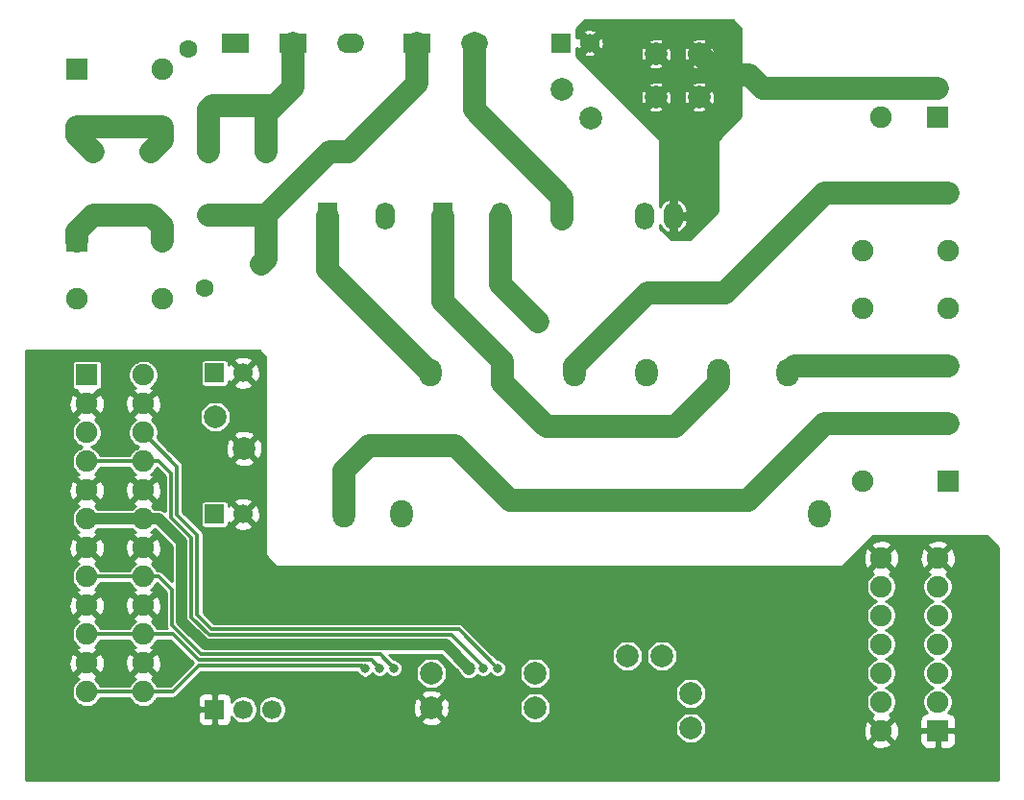
<source format=gbr>
%TF.GenerationSoftware,KiCad,Pcbnew,(5.1.10)-1*%
%TF.CreationDate,2021-06-06T16:07:06+07:00*%
%TF.ProjectId,Mother_module,4d6f7468-6572-45f6-9d6f-64756c652e6b,rev?*%
%TF.SameCoordinates,Original*%
%TF.FileFunction,Copper,L2,Bot*%
%TF.FilePolarity,Positive*%
%FSLAX46Y46*%
G04 Gerber Fmt 4.6, Leading zero omitted, Abs format (unit mm)*
G04 Created by KiCad (PCBNEW (5.1.10)-1) date 2021-06-06 16:07:06*
%MOMM*%
%LPD*%
G01*
G04 APERTURE LIST*
%TA.AperFunction,ComponentPad*%
%ADD10C,1.900000*%
%TD*%
%TA.AperFunction,ComponentPad*%
%ADD11R,1.900000X1.900000*%
%TD*%
%TA.AperFunction,ComponentPad*%
%ADD12C,2.000000*%
%TD*%
%TA.AperFunction,ComponentPad*%
%ADD13R,1.700000X2.400000*%
%TD*%
%TA.AperFunction,ComponentPad*%
%ADD14O,1.700000X2.400000*%
%TD*%
%TA.AperFunction,ComponentPad*%
%ADD15C,1.700000*%
%TD*%
%TA.AperFunction,ComponentPad*%
%ADD16R,1.700000X1.700000*%
%TD*%
%TA.AperFunction,ComponentPad*%
%ADD17R,2.400000X1.700000*%
%TD*%
%TA.AperFunction,ComponentPad*%
%ADD18O,2.400000X1.700000*%
%TD*%
%TA.AperFunction,ComponentPad*%
%ADD19O,2.000000X2.400000*%
%TD*%
%TA.AperFunction,ComponentPad*%
%ADD20C,1.600000*%
%TD*%
%TA.AperFunction,ViaPad*%
%ADD21C,1.000000*%
%TD*%
%TA.AperFunction,ViaPad*%
%ADD22C,1.200000*%
%TD*%
%TA.AperFunction,ViaPad*%
%ADD23C,0.800000*%
%TD*%
%TA.AperFunction,ViaPad*%
%ADD24C,1.800000*%
%TD*%
%TA.AperFunction,Conductor*%
%ADD25C,2.000000*%
%TD*%
%TA.AperFunction,Conductor*%
%ADD26C,0.300000*%
%TD*%
%TA.AperFunction,Conductor*%
%ADD27C,1.000000*%
%TD*%
%TA.AperFunction,Conductor*%
%ADD28C,0.254000*%
%TD*%
%TA.AperFunction,Conductor*%
%ADD29C,0.100000*%
%TD*%
G04 APERTURE END LIST*
D10*
%TO.P,XP2,2*%
%TO.N,Net-(F1-Pad1)*%
X61646000Y-84887000D03*
X69166000Y-84887000D03*
D11*
%TO.P,XP2,1*%
%TO.N,/N1*%
X61646000Y-79807000D03*
D10*
X69166000Y-79807000D03*
%TD*%
%TO.P,XP6,2*%
%TO.N,GND*%
X137492000Y-81458000D03*
X132512000Y-81458000D03*
D11*
%TO.P,XP6,1*%
%TO.N,+5VP*%
X137492000Y-83998000D03*
D10*
X132512000Y-83998000D03*
%TD*%
D12*
%TO.P,TP10,1*%
%TO.N,GND*%
X116510000Y-82220000D03*
%TD*%
%TO.P,TP9,1*%
%TO.N,+5VP*%
X106985000Y-84125000D03*
%TD*%
%TO.P,TP8,1*%
%TO.N,GND*%
X116510000Y-78410000D03*
%TD*%
%TO.P,TP7,1*%
%TO.N,+5VP*%
X104445000Y-81585000D03*
%TD*%
D13*
%TO.P,U6,1*%
%TO.N,/N1*%
X83744000Y-92697500D03*
D14*
%TO.P,U6,2*%
%TO.N,/L1*%
X88824000Y-92697500D03*
%TO.P,U6,3*%
%TO.N,Net-(JP1-Pad1)*%
X111684000Y-92697500D03*
%TO.P,U6,4*%
%TO.N,GND*%
X114224000Y-92697500D03*
%TD*%
D15*
%TO.P,U4,7*%
%TO.N,GND*%
X106860000Y-77470000D03*
D16*
%TO.P,U4,6*%
%TO.N,+5VP*%
X104320000Y-77470000D03*
D17*
%TO.P,U4,1*%
%TO.N,/N1*%
X75618000Y-77470000D03*
%TO.P,U4,2*%
%TO.N,Net-(F1-Pad2)*%
X80698000Y-77470000D03*
D18*
%TO.P,U4,3*%
%TO.N,/L1*%
X85778000Y-77470000D03*
D17*
%TO.P,U4,4*%
%TO.N,Net-(F2-Pad2)*%
X91620000Y-77470000D03*
D18*
%TO.P,U4,5*%
%TO.N,/L2*%
X96700000Y-77470000D03*
%TD*%
D13*
%TO.P,U5,1*%
%TO.N,/L1*%
X93904000Y-92697500D03*
D14*
%TO.P,U5,2*%
%TO.N,/N1*%
X98984000Y-92697500D03*
%TO.P,U5,3*%
%TO.N,Net-(JP1-Pad1)*%
X111684000Y-92697500D03*
%TO.P,U5,4*%
%TO.N,GND*%
X114224000Y-92697500D03*
%TD*%
D19*
%TO.P,U7,8*%
%TO.N,/L1_out2*%
X124336000Y-106553000D03*
%TO.P,U7,7*%
%TO.N,/L1*%
X118240000Y-106553000D03*
%TO.P,U7,6*%
%TO.N,/N1*%
X111890000Y-106553000D03*
D16*
%TO.P,U7,1*%
%TO.N,+5VP*%
X73790000Y-106553000D03*
D15*
%TO.P,U7,2*%
%TO.N,GND*%
X76330000Y-106553000D03*
D19*
%TO.P,U7,3*%
%TO.N,/N1*%
X92840000Y-106553000D03*
%TO.P,U7,4*%
%TO.N,/L1*%
X99190000Y-106553000D03*
%TO.P,U7,5*%
%TO.N,/L1_out1*%
X105540000Y-106553000D03*
%TD*%
D16*
%TO.P,U8,1*%
%TO.N,+5VP*%
X73790000Y-118999000D03*
D15*
%TO.P,U8,2*%
%TO.N,GND*%
X76330000Y-118999000D03*
D19*
%TO.P,U8,4*%
%TO.N,/L2*%
X90300000Y-118999000D03*
%TO.P,U8,3*%
%TO.N,/N2*%
X85220000Y-118999000D03*
%TO.P,U8,5*%
%TO.N,/L2_out*%
X127130000Y-118999000D03*
%TD*%
D12*
%TO.P,TP4,1*%
%TO.N,GND*%
X112700000Y-82220000D03*
%TD*%
%TO.P,TP3,1*%
%TO.N,GND*%
X112700000Y-78410000D03*
%TD*%
D20*
%TO.P,RV1,2*%
%TO.N,/N1*%
X71482000Y-77982000D03*
%TO.P,RV1,1*%
%TO.N,Net-(F1-Pad2)*%
X73582000Y-82982000D03*
%TD*%
%TO.P,RV2,2*%
%TO.N,/N2*%
X72902000Y-99052000D03*
%TO.P,RV2,1*%
%TO.N,Net-(F2-Pad2)*%
X77902000Y-96952000D03*
%TD*%
%TO.P,F2,1*%
%TO.N,Net-(F2-Pad1)*%
X68193500Y-92634000D03*
%TO.P,F2,2*%
%TO.N,Net-(F2-Pad2)*%
X78353500Y-92634000D03*
%TO.P,F2,1*%
%TO.N,Net-(F2-Pad1)*%
X63113500Y-92634000D03*
%TO.P,F2,2*%
%TO.N,Net-(F2-Pad2)*%
X73273500Y-92634000D03*
%TD*%
D10*
%TO.P,XP3,2*%
%TO.N,/N2*%
X61639500Y-100000000D03*
X69159500Y-100000000D03*
D11*
%TO.P,XP3,1*%
%TO.N,Net-(F2-Pad1)*%
X61639500Y-94920000D03*
D10*
X69159500Y-94920000D03*
%TD*%
D12*
%TO.P,TP16,1*%
%TO.N,Net-(TP16-Pad1)*%
X115748000Y-134798000D03*
%TD*%
%TO.P,TP15,1*%
%TO.N,Net-(TP15-Pad1)*%
X110160000Y-131496000D03*
%TD*%
%TO.P,TP12,1*%
%TO.N,Net-(TP12-Pad1)*%
X113208000Y-131496000D03*
%TD*%
%TO.P,TP11,1*%
%TO.N,Net-(TP11-Pad1)*%
X115748000Y-137846000D03*
%TD*%
%TO.P,TP14,1*%
%TO.N,Net-(TP14-Pad1)*%
X102032000Y-133020000D03*
%TD*%
%TO.P,TP13,1*%
%TO.N,Net-(TP13-Pad1)*%
X102032000Y-136068000D03*
%TD*%
D10*
%TO.P,XP1,12*%
%TO.N,Net-(U3-Pad7)*%
X67501500Y-134671000D03*
X62521500Y-134671000D03*
%TO.P,XP1,11*%
%TO.N,GND*%
X62521500Y-132131000D03*
X67501500Y-132131000D03*
%TO.P,XP1,10*%
%TO.N,Net-(U3-Pad9)*%
X67501500Y-129591000D03*
X62521500Y-129591000D03*
%TO.P,XP1,9*%
%TO.N,GND*%
X67501500Y-127051000D03*
X62521500Y-127051000D03*
%TO.P,XP1,8*%
%TO.N,Net-(U3-Pad11)*%
X62521500Y-124511000D03*
X67501500Y-124511000D03*
%TO.P,XP1,7*%
%TO.N,GND*%
X62521500Y-121971000D03*
X67501500Y-121971000D03*
%TO.P,XP1,6*%
%TO.N,+5VA*%
X62521500Y-119431000D03*
X67501500Y-119431000D03*
%TO.P,XP1,5*%
%TO.N,GND*%
X62521500Y-116891000D03*
X67501500Y-116891000D03*
%TO.P,XP1,4*%
%TO.N,Net-(U3-Pad19)*%
X62521500Y-114351000D03*
X67501500Y-114351000D03*
%TO.P,XP1,3*%
%TO.N,Net-(U3-Pad21)*%
X62521500Y-111811000D03*
X67501500Y-111811000D03*
%TO.P,XP1,2*%
%TO.N,GND*%
X62521500Y-109271000D03*
X67501500Y-109271000D03*
D11*
%TO.P,XP1,1*%
%TO.N,+5VP*%
X62521500Y-106731000D03*
D10*
X67501500Y-106731000D03*
%TD*%
D12*
%TO.P,TP2,1*%
%TO.N,GND*%
X92888000Y-136068000D03*
%TD*%
D10*
%TO.P,XP4,7*%
%TO.N,GND*%
X137528500Y-122860000D03*
X132548500Y-122860000D03*
%TO.P,XP4,6*%
%TO.N,Net-(U3-Pad26)*%
X137528500Y-125400000D03*
X132548500Y-125400000D03*
%TO.P,XP4,5*%
%TO.N,Net-(U3-Pad29)*%
X137528500Y-127940000D03*
X132548500Y-127940000D03*
%TO.P,XP4,4*%
%TO.N,Net-(U3-Pad28)*%
X137528500Y-130480000D03*
X132548500Y-130480000D03*
%TO.P,XP4,3*%
%TO.N,/SDA2*%
X137528500Y-133020000D03*
X132548500Y-133020000D03*
%TO.P,XP4,2*%
%TO.N,/SCL2*%
X137528500Y-135560000D03*
X132548500Y-135560000D03*
D11*
%TO.P,XP4,1*%
%TO.N,GND*%
X137528500Y-138100000D03*
D10*
X132548500Y-138100000D03*
%TD*%
D12*
%TO.P,TP1,1*%
%TO.N,Net-(TP1-Pad1)*%
X92888000Y-133020000D03*
%TD*%
D15*
%TO.P,U3,3*%
%TO.N,+5VA*%
X78870000Y-136212000D03*
%TO.P,U3,2*%
%TO.N,+5VP*%
X76330000Y-136212000D03*
D16*
%TO.P,U3,1*%
%TO.N,GND*%
X73790000Y-136212000D03*
%TD*%
D10*
%TO.P,XP5,6*%
%TO.N,/L1_out1*%
X138417500Y-90729000D03*
X130897500Y-90729000D03*
%TO.P,XP5,5*%
%TO.N,/N1*%
X138417500Y-95809000D03*
X130897500Y-95809000D03*
%TO.P,XP5,4*%
X138417500Y-100889000D03*
X130897500Y-100889000D03*
%TO.P,XP5,3*%
%TO.N,/L1_out2*%
X138417500Y-105969000D03*
X130897500Y-105969000D03*
%TO.P,XP5,2*%
%TO.N,/N2*%
X138417500Y-111049000D03*
X130897500Y-111049000D03*
D11*
%TO.P,XP5,1*%
%TO.N,/L2_out*%
X138417500Y-116129000D03*
D10*
X130897500Y-116129000D03*
%TD*%
D12*
%TO.P,TP6,1*%
%TO.N,GND*%
X76378000Y-113208000D03*
%TD*%
%TO.P,TP5,1*%
%TO.N,+5VP*%
X73838000Y-110414000D03*
%TD*%
D20*
%TO.P,F1,1*%
%TO.N,Net-(F1-Pad1)*%
X68193500Y-87046000D03*
%TO.P,F1,2*%
%TO.N,Net-(F1-Pad2)*%
X78353500Y-87046000D03*
%TO.P,F1,1*%
%TO.N,Net-(F1-Pad1)*%
X63113500Y-87046000D03*
%TO.P,F1,2*%
%TO.N,Net-(F1-Pad2)*%
X73273500Y-87046000D03*
%TD*%
D21*
%TO.N,GND*%
X90856000Y-139370000D03*
X89586000Y-139370000D03*
X88316000Y-139370000D03*
X87046000Y-139370000D03*
D22*
X105842000Y-136068000D03*
X94920000Y-136068000D03*
D23*
X85776000Y-136068000D03*
D24*
%TO.N,/N1*%
X102286000Y-102032004D03*
%TO.N,/L2*%
X104445000Y-93014964D03*
D23*
%TO.N,Net-(U3-Pad11)*%
X89586000Y-132575500D03*
%TO.N,Net-(U3-Pad9)*%
X88316000Y-132575500D03*
%TO.N,Net-(U3-Pad21)*%
X98730000Y-132575500D03*
%TO.N,Net-(U3-Pad19)*%
X97460000Y-132575500D03*
%TO.N,Net-(U3-Pad7)*%
X87046000Y-132627010D03*
D21*
%TO.N,+5VA*%
X78885501Y-130511001D03*
D22*
X96190000Y-132575500D03*
%TD*%
D25*
%TO.N,GND*%
X137492000Y-81458000D02*
X132512000Y-81458000D01*
X120955000Y-80315000D02*
X122098000Y-81458000D01*
X116510000Y-78410000D02*
X118415000Y-80315000D01*
X118415000Y-80315000D02*
X120955000Y-80315000D01*
X122098000Y-81458000D02*
X132512000Y-81458000D01*
%TO.N,/N1*%
X98984000Y-98730004D02*
X102286000Y-102032004D01*
X98984000Y-92697500D02*
X98984000Y-98730004D01*
X83744000Y-92697500D02*
X83744000Y-97457000D01*
X83744000Y-97457000D02*
X92840000Y-106553000D01*
%TO.N,/L1*%
X99190000Y-105540000D02*
X99190000Y-106553000D01*
X93904000Y-100254000D02*
X99190000Y-105540000D01*
X93904000Y-92697500D02*
X93904000Y-100254000D01*
X118240000Y-107491500D02*
X118240000Y-106553000D01*
X114428500Y-111303000D02*
X118240000Y-107491500D01*
X103048000Y-111303000D02*
X114428500Y-111303000D01*
X99190000Y-107445000D02*
X103048000Y-111303000D01*
X99190000Y-106553000D02*
X99190000Y-107445000D01*
%TO.N,/N2*%
X138417500Y-111049000D02*
X130897500Y-111049000D01*
X85220000Y-115161000D02*
X85220000Y-118999000D01*
X87427000Y-112954000D02*
X85220000Y-115161000D01*
X95047000Y-112954000D02*
X87427000Y-112954000D01*
X99873000Y-117780000D02*
X95047000Y-112954000D01*
X120828000Y-117780000D02*
X99873000Y-117780000D01*
X127559000Y-111049000D02*
X120828000Y-117780000D01*
X130897500Y-111049000D02*
X127559000Y-111049000D01*
%TO.N,Net-(F1-Pad2)*%
X77648000Y-82982000D02*
X73582000Y-82982000D01*
X79059000Y-82982000D02*
X77648000Y-82982000D01*
X80698000Y-81343000D02*
X79059000Y-82982000D01*
X80698000Y-77470000D02*
X80698000Y-81343000D01*
X78353500Y-83687500D02*
X79059000Y-82982000D01*
X78353500Y-87046000D02*
X78353500Y-83687500D01*
X73273500Y-83290500D02*
X73582000Y-82982000D01*
X73273500Y-87046000D02*
X73273500Y-83290500D01*
%TO.N,Net-(F2-Pad2)*%
X91620000Y-81075000D02*
X91620000Y-77470000D01*
X85649000Y-87046000D02*
X91620000Y-81075000D01*
X83941500Y-87046000D02*
X78353500Y-92634000D01*
X85649000Y-87046000D02*
X83941500Y-87046000D01*
X73273500Y-92634000D02*
X78353500Y-92634000D01*
X78353500Y-96500500D02*
X77902000Y-96952000D01*
X78353500Y-92634000D02*
X78353500Y-96500500D01*
%TO.N,Net-(F1-Pad1)*%
X61646000Y-84887000D02*
X69166000Y-84887000D01*
X69166000Y-86073500D02*
X68193500Y-87046000D01*
X69166000Y-84887000D02*
X69166000Y-86073500D01*
X61646000Y-85578500D02*
X63113500Y-87046000D01*
X61646000Y-84887000D02*
X61646000Y-85578500D01*
%TO.N,Net-(F2-Pad1)*%
X63113500Y-92634000D02*
X68193500Y-92634000D01*
X61639500Y-94108000D02*
X63113500Y-92634000D01*
X61639500Y-94920000D02*
X61639500Y-94108000D01*
X69159500Y-93600000D02*
X68193500Y-92634000D01*
X69159500Y-94920000D02*
X69159500Y-93600000D01*
%TO.N,/L1_out2*%
X138417500Y-105969000D02*
X130897500Y-105969000D01*
X124920000Y-105969000D02*
X124336000Y-106553000D01*
X130897500Y-105969000D02*
X124920000Y-105969000D01*
%TO.N,/L1_out1*%
X138417500Y-90729000D02*
X130897500Y-90729000D01*
X105540000Y-105890000D02*
X105540000Y-106553000D01*
X111938000Y-99492000D02*
X105540000Y-105890000D01*
X118796000Y-99492000D02*
X111938000Y-99492000D01*
X127559000Y-90729000D02*
X118796000Y-99492000D01*
X130897500Y-90729000D02*
X127559000Y-90729000D01*
%TO.N,/L2*%
X96700000Y-83333241D02*
X104445000Y-91078241D01*
X104445000Y-91078241D02*
X104445000Y-93014964D01*
X96700000Y-77470000D02*
X96700000Y-83333241D01*
D26*
%TO.N,Net-(U3-Pad11)*%
X62521500Y-124511000D02*
X67501500Y-124511000D01*
X88371511Y-131361011D02*
X89586000Y-132575500D01*
X72614889Y-131361011D02*
X88371511Y-131361011D01*
X70035990Y-128782112D02*
X72614889Y-131361011D01*
X70035990Y-125661990D02*
X70035990Y-128782112D01*
X68885000Y-124511000D02*
X70035990Y-125661990D01*
X67501500Y-124511000D02*
X68885000Y-124511000D01*
%TO.N,Net-(U3-Pad9)*%
X62521500Y-129591000D02*
X67501500Y-129591000D01*
X70091500Y-129591000D02*
X67501500Y-129591000D01*
X87617500Y-131877000D02*
X72377500Y-131877000D01*
X88316000Y-132575500D02*
X87617500Y-131877000D01*
X72377500Y-131877000D02*
X70091500Y-129591000D01*
%TO.N,Net-(U3-Pad21)*%
X95308990Y-129154490D02*
X98730000Y-132575500D01*
X73519676Y-129154490D02*
X95308990Y-129154490D01*
X72267020Y-127901834D02*
X73519676Y-129154490D01*
X72267020Y-120844520D02*
X72267020Y-127901834D01*
X70472500Y-119050000D02*
X72267020Y-120844520D01*
X70472500Y-114782000D02*
X70472500Y-119050000D01*
X67501500Y-111811000D02*
X70472500Y-114782000D01*
%TO.N,Net-(U3-Pad19)*%
X62521500Y-114351000D02*
X67501500Y-114351000D01*
X93396000Y-129654500D02*
X93402491Y-129660991D01*
X97460000Y-132439498D02*
X97460000Y-132575500D01*
X94675002Y-129654500D02*
X97460000Y-132439498D01*
X93396000Y-129654500D02*
X94675002Y-129654500D01*
X68885000Y-114351000D02*
X67501500Y-114351000D01*
X69964500Y-115430500D02*
X68885000Y-114351000D01*
X69964500Y-119304000D02*
X69964500Y-115430500D01*
X71767010Y-121106510D02*
X69964500Y-119304000D01*
X71767010Y-128108944D02*
X71767010Y-121106510D01*
X73312566Y-129654500D02*
X71767010Y-128108944D01*
X93396000Y-129654500D02*
X73312566Y-129654500D01*
%TO.N,Net-(U3-Pad7)*%
X62521500Y-134671000D02*
X67501500Y-134671000D01*
X86803990Y-132385000D02*
X87046000Y-132627010D01*
X72377500Y-132385000D02*
X86803990Y-132385000D01*
X70091500Y-134671000D02*
X72377500Y-132385000D01*
X67501500Y-134671000D02*
X70091500Y-134671000D01*
D27*
%TO.N,+5VA*%
X62521500Y-119431000D02*
X67501500Y-119431000D01*
X68885000Y-119431000D02*
X67501500Y-119431000D01*
X70917000Y-121463000D02*
X68885000Y-119431000D01*
X70917000Y-128461028D02*
X70917000Y-121463000D01*
X72966973Y-130511001D02*
X70917000Y-128461028D01*
X96190000Y-132575500D02*
X94125501Y-130511001D01*
X78885501Y-130511001D02*
X72966973Y-130511001D01*
X94125501Y-130511001D02*
X78885501Y-130511001D01*
%TD*%
D28*
%TO.N,GND*%
X120193000Y-76176606D02*
X120193000Y-83945394D01*
X118198197Y-85940197D01*
X118182403Y-85959443D01*
X118170667Y-85981399D01*
X118163440Y-86005224D01*
X118161000Y-86030000D01*
X118161000Y-92327394D01*
X115695394Y-94793000D01*
X114022606Y-94793000D01*
X113081000Y-93851394D01*
X113081000Y-93524040D01*
X113117566Y-93616451D01*
X113249823Y-93821373D01*
X113419517Y-93996556D01*
X113620127Y-94135267D01*
X113781837Y-94196349D01*
X113967000Y-94153791D01*
X113967000Y-92954500D01*
X114481000Y-92954500D01*
X114481000Y-94153791D01*
X114666163Y-94196349D01*
X114827873Y-94135267D01*
X115028483Y-93996556D01*
X115198177Y-93821373D01*
X115330434Y-93616451D01*
X115420171Y-93389664D01*
X115463940Y-93149728D01*
X115369416Y-92954500D01*
X114481000Y-92954500D01*
X113967000Y-92954500D01*
X113947000Y-92954500D01*
X113947000Y-92440500D01*
X113967000Y-92440500D01*
X113967000Y-91241209D01*
X114481000Y-91241209D01*
X114481000Y-92440500D01*
X115369416Y-92440500D01*
X115463940Y-92245272D01*
X115420171Y-92005336D01*
X115330434Y-91778549D01*
X115198177Y-91573627D01*
X115028483Y-91398444D01*
X114827873Y-91259733D01*
X114666163Y-91198651D01*
X114481000Y-91241209D01*
X113967000Y-91241209D01*
X113781837Y-91198651D01*
X113620127Y-91259733D01*
X113419517Y-91398444D01*
X113249823Y-91573627D01*
X113117566Y-91778549D01*
X113081000Y-91870960D01*
X113081000Y-86030000D01*
X113078560Y-86005224D01*
X113071333Y-85981399D01*
X113059597Y-85959443D01*
X113043803Y-85940197D01*
X110400969Y-83297363D01*
X111986089Y-83297363D01*
X112106369Y-83474298D01*
X112362477Y-83566009D01*
X112631556Y-83605994D01*
X112903265Y-83592715D01*
X113167163Y-83526684D01*
X113293631Y-83474298D01*
X113413911Y-83297363D01*
X115796089Y-83297363D01*
X115916369Y-83474298D01*
X116172477Y-83566009D01*
X116441556Y-83605994D01*
X116713265Y-83592715D01*
X116977163Y-83526684D01*
X117103631Y-83474298D01*
X117223911Y-83297363D01*
X116510000Y-82583453D01*
X115796089Y-83297363D01*
X113413911Y-83297363D01*
X112700000Y-82583453D01*
X111986089Y-83297363D01*
X110400969Y-83297363D01*
X109255162Y-82151556D01*
X111314006Y-82151556D01*
X111327285Y-82423265D01*
X111393316Y-82687163D01*
X111445702Y-82813631D01*
X111622637Y-82933911D01*
X112336547Y-82220000D01*
X113063453Y-82220000D01*
X113777363Y-82933911D01*
X113954298Y-82813631D01*
X114046009Y-82557523D01*
X114085994Y-82288444D01*
X114079304Y-82151556D01*
X115124006Y-82151556D01*
X115137285Y-82423265D01*
X115203316Y-82687163D01*
X115255702Y-82813631D01*
X115432637Y-82933911D01*
X116146547Y-82220000D01*
X116873453Y-82220000D01*
X117587363Y-82933911D01*
X117764298Y-82813631D01*
X117856009Y-82557523D01*
X117895994Y-82288444D01*
X117882715Y-82016735D01*
X117816684Y-81752837D01*
X117764298Y-81626369D01*
X117587363Y-81506089D01*
X116873453Y-82220000D01*
X116146547Y-82220000D01*
X115432637Y-81506089D01*
X115255702Y-81626369D01*
X115163991Y-81882477D01*
X115124006Y-82151556D01*
X114079304Y-82151556D01*
X114072715Y-82016735D01*
X114006684Y-81752837D01*
X113954298Y-81626369D01*
X113777363Y-81506089D01*
X113063453Y-82220000D01*
X112336547Y-82220000D01*
X111622637Y-81506089D01*
X111445702Y-81626369D01*
X111353991Y-81882477D01*
X111314006Y-82151556D01*
X109255162Y-82151556D01*
X108246243Y-81142637D01*
X111986089Y-81142637D01*
X112700000Y-81856547D01*
X113413911Y-81142637D01*
X115796089Y-81142637D01*
X116510000Y-81856547D01*
X117223911Y-81142637D01*
X117103631Y-80965702D01*
X116847523Y-80873991D01*
X116578444Y-80834006D01*
X116306735Y-80847285D01*
X116042837Y-80913316D01*
X115916369Y-80965702D01*
X115796089Y-81142637D01*
X113413911Y-81142637D01*
X113293631Y-80965702D01*
X113037523Y-80873991D01*
X112768444Y-80834006D01*
X112496735Y-80847285D01*
X112232837Y-80913316D01*
X112106369Y-80965702D01*
X111986089Y-81142637D01*
X108246243Y-81142637D01*
X106590969Y-79487363D01*
X111986089Y-79487363D01*
X112106369Y-79664298D01*
X112362477Y-79756009D01*
X112631556Y-79795994D01*
X112903265Y-79782715D01*
X113167163Y-79716684D01*
X113293631Y-79664298D01*
X113413911Y-79487363D01*
X115796089Y-79487363D01*
X115916369Y-79664298D01*
X116172477Y-79756009D01*
X116441556Y-79795994D01*
X116713265Y-79782715D01*
X116977163Y-79716684D01*
X117103631Y-79664298D01*
X117223911Y-79487363D01*
X116510000Y-78773453D01*
X115796089Y-79487363D01*
X113413911Y-79487363D01*
X112700000Y-78773453D01*
X111986089Y-79487363D01*
X106590969Y-79487363D01*
X105715000Y-78611394D01*
X105715000Y-78438315D01*
X106255138Y-78438315D01*
X106356719Y-78599942D01*
X106586830Y-78676415D01*
X106827439Y-78706528D01*
X107069299Y-78689120D01*
X107303116Y-78624863D01*
X107363281Y-78599942D01*
X107464862Y-78438315D01*
X107368103Y-78341556D01*
X111314006Y-78341556D01*
X111327285Y-78613265D01*
X111393316Y-78877163D01*
X111445702Y-79003631D01*
X111622637Y-79123911D01*
X112336547Y-78410000D01*
X113063453Y-78410000D01*
X113777363Y-79123911D01*
X113954298Y-79003631D01*
X114046009Y-78747523D01*
X114085994Y-78478444D01*
X114079304Y-78341556D01*
X115124006Y-78341556D01*
X115137285Y-78613265D01*
X115203316Y-78877163D01*
X115255702Y-79003631D01*
X115432637Y-79123911D01*
X116146547Y-78410000D01*
X116873453Y-78410000D01*
X117587363Y-79123911D01*
X117764298Y-79003631D01*
X117856009Y-78747523D01*
X117895994Y-78478444D01*
X117882715Y-78206735D01*
X117816684Y-77942837D01*
X117764298Y-77816369D01*
X117587363Y-77696089D01*
X116873453Y-78410000D01*
X116146547Y-78410000D01*
X115432637Y-77696089D01*
X115255702Y-77816369D01*
X115163991Y-78072477D01*
X115124006Y-78341556D01*
X114079304Y-78341556D01*
X114072715Y-78206735D01*
X114006684Y-77942837D01*
X113954298Y-77816369D01*
X113777363Y-77696089D01*
X113063453Y-78410000D01*
X112336547Y-78410000D01*
X111622637Y-77696089D01*
X111445702Y-77816369D01*
X111353991Y-78072477D01*
X111314006Y-78341556D01*
X107368103Y-78341556D01*
X106860000Y-77833453D01*
X106255138Y-78438315D01*
X105715000Y-78438315D01*
X105715000Y-77936928D01*
X105730058Y-77973281D01*
X105891685Y-78074862D01*
X106496547Y-77470000D01*
X107223453Y-77470000D01*
X107828315Y-78074862D01*
X107989942Y-77973281D01*
X108066415Y-77743170D01*
X108096528Y-77502561D01*
X108084298Y-77332637D01*
X111986089Y-77332637D01*
X112700000Y-78046547D01*
X113413911Y-77332637D01*
X115796089Y-77332637D01*
X116510000Y-78046547D01*
X117223911Y-77332637D01*
X117103631Y-77155702D01*
X116847523Y-77063991D01*
X116578444Y-77024006D01*
X116306735Y-77037285D01*
X116042837Y-77103316D01*
X115916369Y-77155702D01*
X115796089Y-77332637D01*
X113413911Y-77332637D01*
X113293631Y-77155702D01*
X113037523Y-77063991D01*
X112768444Y-77024006D01*
X112496735Y-77037285D01*
X112232837Y-77103316D01*
X112106369Y-77155702D01*
X111986089Y-77332637D01*
X108084298Y-77332637D01*
X108079120Y-77260701D01*
X108014863Y-77026884D01*
X107989942Y-76966719D01*
X107828315Y-76865138D01*
X107223453Y-77470000D01*
X106496547Y-77470000D01*
X105891685Y-76865138D01*
X105730058Y-76966719D01*
X105715000Y-77012029D01*
X105715000Y-76501685D01*
X106255138Y-76501685D01*
X106860000Y-77106547D01*
X107464862Y-76501685D01*
X107363281Y-76340058D01*
X107133170Y-76263585D01*
X106892561Y-76233472D01*
X106650701Y-76250880D01*
X106416884Y-76315137D01*
X106356719Y-76340058D01*
X106255138Y-76501685D01*
X105715000Y-76501685D01*
X105715000Y-76176606D01*
X106402606Y-75489000D01*
X119505394Y-75489000D01*
X120193000Y-76176606D01*
%TA.AperFunction,Conductor*%
D29*
G36*
X120193000Y-76176606D02*
G01*
X120193000Y-83945394D01*
X118198197Y-85940197D01*
X118182403Y-85959443D01*
X118170667Y-85981399D01*
X118163440Y-86005224D01*
X118161000Y-86030000D01*
X118161000Y-92327394D01*
X115695394Y-94793000D01*
X114022606Y-94793000D01*
X113081000Y-93851394D01*
X113081000Y-93524040D01*
X113117566Y-93616451D01*
X113249823Y-93821373D01*
X113419517Y-93996556D01*
X113620127Y-94135267D01*
X113781837Y-94196349D01*
X113967000Y-94153791D01*
X113967000Y-92954500D01*
X114481000Y-92954500D01*
X114481000Y-94153791D01*
X114666163Y-94196349D01*
X114827873Y-94135267D01*
X115028483Y-93996556D01*
X115198177Y-93821373D01*
X115330434Y-93616451D01*
X115420171Y-93389664D01*
X115463940Y-93149728D01*
X115369416Y-92954500D01*
X114481000Y-92954500D01*
X113967000Y-92954500D01*
X113947000Y-92954500D01*
X113947000Y-92440500D01*
X113967000Y-92440500D01*
X113967000Y-91241209D01*
X114481000Y-91241209D01*
X114481000Y-92440500D01*
X115369416Y-92440500D01*
X115463940Y-92245272D01*
X115420171Y-92005336D01*
X115330434Y-91778549D01*
X115198177Y-91573627D01*
X115028483Y-91398444D01*
X114827873Y-91259733D01*
X114666163Y-91198651D01*
X114481000Y-91241209D01*
X113967000Y-91241209D01*
X113781837Y-91198651D01*
X113620127Y-91259733D01*
X113419517Y-91398444D01*
X113249823Y-91573627D01*
X113117566Y-91778549D01*
X113081000Y-91870960D01*
X113081000Y-86030000D01*
X113078560Y-86005224D01*
X113071333Y-85981399D01*
X113059597Y-85959443D01*
X113043803Y-85940197D01*
X110400969Y-83297363D01*
X111986089Y-83297363D01*
X112106369Y-83474298D01*
X112362477Y-83566009D01*
X112631556Y-83605994D01*
X112903265Y-83592715D01*
X113167163Y-83526684D01*
X113293631Y-83474298D01*
X113413911Y-83297363D01*
X115796089Y-83297363D01*
X115916369Y-83474298D01*
X116172477Y-83566009D01*
X116441556Y-83605994D01*
X116713265Y-83592715D01*
X116977163Y-83526684D01*
X117103631Y-83474298D01*
X117223911Y-83297363D01*
X116510000Y-82583453D01*
X115796089Y-83297363D01*
X113413911Y-83297363D01*
X112700000Y-82583453D01*
X111986089Y-83297363D01*
X110400969Y-83297363D01*
X109255162Y-82151556D01*
X111314006Y-82151556D01*
X111327285Y-82423265D01*
X111393316Y-82687163D01*
X111445702Y-82813631D01*
X111622637Y-82933911D01*
X112336547Y-82220000D01*
X113063453Y-82220000D01*
X113777363Y-82933911D01*
X113954298Y-82813631D01*
X114046009Y-82557523D01*
X114085994Y-82288444D01*
X114079304Y-82151556D01*
X115124006Y-82151556D01*
X115137285Y-82423265D01*
X115203316Y-82687163D01*
X115255702Y-82813631D01*
X115432637Y-82933911D01*
X116146547Y-82220000D01*
X116873453Y-82220000D01*
X117587363Y-82933911D01*
X117764298Y-82813631D01*
X117856009Y-82557523D01*
X117895994Y-82288444D01*
X117882715Y-82016735D01*
X117816684Y-81752837D01*
X117764298Y-81626369D01*
X117587363Y-81506089D01*
X116873453Y-82220000D01*
X116146547Y-82220000D01*
X115432637Y-81506089D01*
X115255702Y-81626369D01*
X115163991Y-81882477D01*
X115124006Y-82151556D01*
X114079304Y-82151556D01*
X114072715Y-82016735D01*
X114006684Y-81752837D01*
X113954298Y-81626369D01*
X113777363Y-81506089D01*
X113063453Y-82220000D01*
X112336547Y-82220000D01*
X111622637Y-81506089D01*
X111445702Y-81626369D01*
X111353991Y-81882477D01*
X111314006Y-82151556D01*
X109255162Y-82151556D01*
X108246243Y-81142637D01*
X111986089Y-81142637D01*
X112700000Y-81856547D01*
X113413911Y-81142637D01*
X115796089Y-81142637D01*
X116510000Y-81856547D01*
X117223911Y-81142637D01*
X117103631Y-80965702D01*
X116847523Y-80873991D01*
X116578444Y-80834006D01*
X116306735Y-80847285D01*
X116042837Y-80913316D01*
X115916369Y-80965702D01*
X115796089Y-81142637D01*
X113413911Y-81142637D01*
X113293631Y-80965702D01*
X113037523Y-80873991D01*
X112768444Y-80834006D01*
X112496735Y-80847285D01*
X112232837Y-80913316D01*
X112106369Y-80965702D01*
X111986089Y-81142637D01*
X108246243Y-81142637D01*
X106590969Y-79487363D01*
X111986089Y-79487363D01*
X112106369Y-79664298D01*
X112362477Y-79756009D01*
X112631556Y-79795994D01*
X112903265Y-79782715D01*
X113167163Y-79716684D01*
X113293631Y-79664298D01*
X113413911Y-79487363D01*
X115796089Y-79487363D01*
X115916369Y-79664298D01*
X116172477Y-79756009D01*
X116441556Y-79795994D01*
X116713265Y-79782715D01*
X116977163Y-79716684D01*
X117103631Y-79664298D01*
X117223911Y-79487363D01*
X116510000Y-78773453D01*
X115796089Y-79487363D01*
X113413911Y-79487363D01*
X112700000Y-78773453D01*
X111986089Y-79487363D01*
X106590969Y-79487363D01*
X105715000Y-78611394D01*
X105715000Y-78438315D01*
X106255138Y-78438315D01*
X106356719Y-78599942D01*
X106586830Y-78676415D01*
X106827439Y-78706528D01*
X107069299Y-78689120D01*
X107303116Y-78624863D01*
X107363281Y-78599942D01*
X107464862Y-78438315D01*
X107368103Y-78341556D01*
X111314006Y-78341556D01*
X111327285Y-78613265D01*
X111393316Y-78877163D01*
X111445702Y-79003631D01*
X111622637Y-79123911D01*
X112336547Y-78410000D01*
X113063453Y-78410000D01*
X113777363Y-79123911D01*
X113954298Y-79003631D01*
X114046009Y-78747523D01*
X114085994Y-78478444D01*
X114079304Y-78341556D01*
X115124006Y-78341556D01*
X115137285Y-78613265D01*
X115203316Y-78877163D01*
X115255702Y-79003631D01*
X115432637Y-79123911D01*
X116146547Y-78410000D01*
X116873453Y-78410000D01*
X117587363Y-79123911D01*
X117764298Y-79003631D01*
X117856009Y-78747523D01*
X117895994Y-78478444D01*
X117882715Y-78206735D01*
X117816684Y-77942837D01*
X117764298Y-77816369D01*
X117587363Y-77696089D01*
X116873453Y-78410000D01*
X116146547Y-78410000D01*
X115432637Y-77696089D01*
X115255702Y-77816369D01*
X115163991Y-78072477D01*
X115124006Y-78341556D01*
X114079304Y-78341556D01*
X114072715Y-78206735D01*
X114006684Y-77942837D01*
X113954298Y-77816369D01*
X113777363Y-77696089D01*
X113063453Y-78410000D01*
X112336547Y-78410000D01*
X111622637Y-77696089D01*
X111445702Y-77816369D01*
X111353991Y-78072477D01*
X111314006Y-78341556D01*
X107368103Y-78341556D01*
X106860000Y-77833453D01*
X106255138Y-78438315D01*
X105715000Y-78438315D01*
X105715000Y-77936928D01*
X105730058Y-77973281D01*
X105891685Y-78074862D01*
X106496547Y-77470000D01*
X107223453Y-77470000D01*
X107828315Y-78074862D01*
X107989942Y-77973281D01*
X108066415Y-77743170D01*
X108096528Y-77502561D01*
X108084298Y-77332637D01*
X111986089Y-77332637D01*
X112700000Y-78046547D01*
X113413911Y-77332637D01*
X115796089Y-77332637D01*
X116510000Y-78046547D01*
X117223911Y-77332637D01*
X117103631Y-77155702D01*
X116847523Y-77063991D01*
X116578444Y-77024006D01*
X116306735Y-77037285D01*
X116042837Y-77103316D01*
X115916369Y-77155702D01*
X115796089Y-77332637D01*
X113413911Y-77332637D01*
X113293631Y-77155702D01*
X113037523Y-77063991D01*
X112768444Y-77024006D01*
X112496735Y-77037285D01*
X112232837Y-77103316D01*
X112106369Y-77155702D01*
X111986089Y-77332637D01*
X108084298Y-77332637D01*
X108079120Y-77260701D01*
X108014863Y-77026884D01*
X107989942Y-76966719D01*
X107828315Y-76865138D01*
X107223453Y-77470000D01*
X106496547Y-77470000D01*
X105891685Y-76865138D01*
X105730058Y-76966719D01*
X105715000Y-77012029D01*
X105715000Y-76501685D01*
X106255138Y-76501685D01*
X106860000Y-77106547D01*
X107464862Y-76501685D01*
X107363281Y-76340058D01*
X107133170Y-76263585D01*
X106892561Y-76233472D01*
X106650701Y-76250880D01*
X106416884Y-76315137D01*
X106356719Y-76340058D01*
X106255138Y-76501685D01*
X105715000Y-76501685D01*
X105715000Y-76176606D01*
X106402606Y-75489000D01*
X119505394Y-75489000D01*
X120193000Y-76176606D01*
G37*
%TD.AperFunction*%
%TD*%
D28*
%TO.N,GND*%
X78283000Y-105132606D02*
X78283000Y-122606000D01*
X78285440Y-122630776D01*
X78292667Y-122654601D01*
X78304403Y-122676557D01*
X78320197Y-122695803D01*
X79209197Y-123584803D01*
X79228443Y-123600597D01*
X79250399Y-123612333D01*
X79274224Y-123619560D01*
X79299000Y-123622000D01*
X129083000Y-123622000D01*
X129107776Y-123619560D01*
X129131601Y-123612333D01*
X129153557Y-123600597D01*
X129172803Y-123584803D01*
X129833033Y-122924573D01*
X130957141Y-122924573D01*
X131000316Y-123233791D01*
X131102987Y-123528644D01*
X131189458Y-123690421D01*
X131448748Y-123780147D01*
X132368895Y-122860000D01*
X132728105Y-122860000D01*
X133648252Y-123780147D01*
X133907542Y-123690421D01*
X134043435Y-123409329D01*
X134121879Y-123107127D01*
X134132409Y-122924573D01*
X135937141Y-122924573D01*
X135980316Y-123233791D01*
X136082987Y-123528644D01*
X136169458Y-123690421D01*
X136428748Y-123780147D01*
X137348895Y-122860000D01*
X137708105Y-122860000D01*
X138628252Y-123780147D01*
X138887542Y-123690421D01*
X139023435Y-123409329D01*
X139101879Y-123107127D01*
X139119859Y-122795427D01*
X139076684Y-122486209D01*
X138974013Y-122191356D01*
X138887542Y-122029579D01*
X138628252Y-121939853D01*
X137708105Y-122860000D01*
X137348895Y-122860000D01*
X136428748Y-121939853D01*
X136169458Y-122029579D01*
X136033565Y-122310671D01*
X135955121Y-122612873D01*
X135937141Y-122924573D01*
X134132409Y-122924573D01*
X134139859Y-122795427D01*
X134096684Y-122486209D01*
X133994013Y-122191356D01*
X133907542Y-122029579D01*
X133648252Y-121939853D01*
X132728105Y-122860000D01*
X132368895Y-122860000D01*
X131448748Y-121939853D01*
X131189458Y-122029579D01*
X131053565Y-122310671D01*
X130975121Y-122612873D01*
X130957141Y-122924573D01*
X129833033Y-122924573D01*
X130997358Y-121760248D01*
X131628353Y-121760248D01*
X132548500Y-122680395D01*
X133468647Y-121760248D01*
X136608353Y-121760248D01*
X137528500Y-122680395D01*
X138448647Y-121760248D01*
X138358921Y-121500958D01*
X138077829Y-121365065D01*
X137775627Y-121286621D01*
X137463927Y-121268641D01*
X137154709Y-121311816D01*
X136859856Y-121414487D01*
X136698079Y-121500958D01*
X136608353Y-121760248D01*
X133468647Y-121760248D01*
X133378921Y-121500958D01*
X133097829Y-121365065D01*
X132795627Y-121286621D01*
X132483927Y-121268641D01*
X132174709Y-121311816D01*
X131879856Y-121414487D01*
X131718079Y-121500958D01*
X131628353Y-121760248D01*
X130997358Y-121760248D01*
X131802606Y-120955000D01*
X141857394Y-120955000D01*
X142843641Y-121941247D01*
X142843641Y-142394000D01*
X57156000Y-142394000D01*
X57156000Y-137709983D01*
X114367000Y-137709983D01*
X114367000Y-137982017D01*
X114420071Y-138248823D01*
X114524174Y-138500149D01*
X114675307Y-138726336D01*
X114867664Y-138918693D01*
X115093851Y-139069826D01*
X115345177Y-139173929D01*
X115611983Y-139227000D01*
X115884017Y-139227000D01*
X116021001Y-139199752D01*
X131628353Y-139199752D01*
X131718079Y-139459042D01*
X131999171Y-139594935D01*
X132301373Y-139673379D01*
X132613073Y-139691359D01*
X132922291Y-139648184D01*
X133217144Y-139545513D01*
X133378921Y-139459042D01*
X133468647Y-139199752D01*
X133318895Y-139050000D01*
X135940428Y-139050000D01*
X135952688Y-139174482D01*
X135988998Y-139294180D01*
X136047963Y-139404494D01*
X136127315Y-139501185D01*
X136224006Y-139580537D01*
X136334320Y-139639502D01*
X136454018Y-139675812D01*
X136578500Y-139688072D01*
X137242750Y-139685000D01*
X137401500Y-139526250D01*
X137401500Y-138227000D01*
X137655500Y-138227000D01*
X137655500Y-139526250D01*
X137814250Y-139685000D01*
X138478500Y-139688072D01*
X138602982Y-139675812D01*
X138722680Y-139639502D01*
X138832994Y-139580537D01*
X138929685Y-139501185D01*
X139009037Y-139404494D01*
X139068002Y-139294180D01*
X139104312Y-139174482D01*
X139116572Y-139050000D01*
X139113500Y-138385750D01*
X138954750Y-138227000D01*
X137655500Y-138227000D01*
X137401500Y-138227000D01*
X136102250Y-138227000D01*
X135943500Y-138385750D01*
X135940428Y-139050000D01*
X133318895Y-139050000D01*
X132548500Y-138279605D01*
X131628353Y-139199752D01*
X116021001Y-139199752D01*
X116150823Y-139173929D01*
X116402149Y-139069826D01*
X116628336Y-138918693D01*
X116820693Y-138726336D01*
X116971826Y-138500149D01*
X117075929Y-138248823D01*
X117092687Y-138164573D01*
X130957141Y-138164573D01*
X131000316Y-138473791D01*
X131102987Y-138768644D01*
X131189458Y-138930421D01*
X131448748Y-139020147D01*
X132368895Y-138100000D01*
X132728105Y-138100000D01*
X133648252Y-139020147D01*
X133907542Y-138930421D01*
X134043435Y-138649329D01*
X134121879Y-138347127D01*
X134139859Y-138035427D01*
X134096684Y-137726209D01*
X133994013Y-137431356D01*
X133907542Y-137269579D01*
X133648252Y-137179853D01*
X132728105Y-138100000D01*
X132368895Y-138100000D01*
X131448748Y-137179853D01*
X131189458Y-137269579D01*
X131053565Y-137550671D01*
X130975121Y-137852873D01*
X130957141Y-138164573D01*
X117092687Y-138164573D01*
X117129000Y-137982017D01*
X117129000Y-137709983D01*
X117075929Y-137443177D01*
X116971826Y-137191851D01*
X116820693Y-136965664D01*
X116628336Y-136773307D01*
X116402149Y-136622174D01*
X116150823Y-136518071D01*
X115884017Y-136465000D01*
X115611983Y-136465000D01*
X115345177Y-136518071D01*
X115093851Y-136622174D01*
X114867664Y-136773307D01*
X114675307Y-136965664D01*
X114524174Y-137191851D01*
X114420071Y-137443177D01*
X114367000Y-137709983D01*
X57156000Y-137709983D01*
X57156000Y-137062000D01*
X72301928Y-137062000D01*
X72314188Y-137186482D01*
X72350498Y-137306180D01*
X72409463Y-137416494D01*
X72488815Y-137513185D01*
X72585506Y-137592537D01*
X72695820Y-137651502D01*
X72815518Y-137687812D01*
X72940000Y-137700072D01*
X73504250Y-137697000D01*
X73663000Y-137538250D01*
X73663000Y-136339000D01*
X72463750Y-136339000D01*
X72305000Y-136497750D01*
X72301928Y-137062000D01*
X57156000Y-137062000D01*
X57156000Y-132195573D01*
X60930141Y-132195573D01*
X60973316Y-132504791D01*
X61075987Y-132799644D01*
X61162458Y-132961421D01*
X61421748Y-133051147D01*
X62341895Y-132131000D01*
X62701105Y-132131000D01*
X63621252Y-133051147D01*
X63880542Y-132961421D01*
X64016435Y-132680329D01*
X64094879Y-132378127D01*
X64105409Y-132195573D01*
X65910141Y-132195573D01*
X65953316Y-132504791D01*
X66055987Y-132799644D01*
X66142458Y-132961421D01*
X66401748Y-133051147D01*
X67321895Y-132131000D01*
X67681105Y-132131000D01*
X68601252Y-133051147D01*
X68860542Y-132961421D01*
X68996435Y-132680329D01*
X69074879Y-132378127D01*
X69092859Y-132066427D01*
X69049684Y-131757209D01*
X68947013Y-131462356D01*
X68860542Y-131300579D01*
X68601252Y-131210853D01*
X67681105Y-132131000D01*
X67321895Y-132131000D01*
X66401748Y-131210853D01*
X66142458Y-131300579D01*
X66006565Y-131581671D01*
X65928121Y-131883873D01*
X65910141Y-132195573D01*
X64105409Y-132195573D01*
X64112859Y-132066427D01*
X64069684Y-131757209D01*
X63967013Y-131462356D01*
X63880542Y-131300579D01*
X63621252Y-131210853D01*
X62701105Y-132131000D01*
X62341895Y-132131000D01*
X61421748Y-131210853D01*
X61162458Y-131300579D01*
X61026565Y-131581671D01*
X60948121Y-131883873D01*
X60930141Y-132195573D01*
X57156000Y-132195573D01*
X57156000Y-127115573D01*
X60930141Y-127115573D01*
X60973316Y-127424791D01*
X61075987Y-127719644D01*
X61162458Y-127881421D01*
X61421748Y-127971147D01*
X62341895Y-127051000D01*
X62701105Y-127051000D01*
X63621252Y-127971147D01*
X63880542Y-127881421D01*
X64016435Y-127600329D01*
X64094879Y-127298127D01*
X64105409Y-127115573D01*
X65910141Y-127115573D01*
X65953316Y-127424791D01*
X66055987Y-127719644D01*
X66142458Y-127881421D01*
X66401748Y-127971147D01*
X67321895Y-127051000D01*
X67681105Y-127051000D01*
X68601252Y-127971147D01*
X68860542Y-127881421D01*
X68996435Y-127600329D01*
X69074879Y-127298127D01*
X69092859Y-126986427D01*
X69049684Y-126677209D01*
X68947013Y-126382356D01*
X68860542Y-126220579D01*
X68601252Y-126130853D01*
X67681105Y-127051000D01*
X67321895Y-127051000D01*
X66401748Y-126130853D01*
X66142458Y-126220579D01*
X66006565Y-126501671D01*
X65928121Y-126803873D01*
X65910141Y-127115573D01*
X64105409Y-127115573D01*
X64112859Y-126986427D01*
X64069684Y-126677209D01*
X63967013Y-126382356D01*
X63880542Y-126220579D01*
X63621252Y-126130853D01*
X62701105Y-127051000D01*
X62341895Y-127051000D01*
X61421748Y-126130853D01*
X61162458Y-126220579D01*
X61026565Y-126501671D01*
X60948121Y-126803873D01*
X60930141Y-127115573D01*
X57156000Y-127115573D01*
X57156000Y-122035573D01*
X60930141Y-122035573D01*
X60973316Y-122344791D01*
X61075987Y-122639644D01*
X61162458Y-122801421D01*
X61421748Y-122891147D01*
X62341895Y-121971000D01*
X62701105Y-121971000D01*
X63621252Y-122891147D01*
X63880542Y-122801421D01*
X64016435Y-122520329D01*
X64094879Y-122218127D01*
X64105409Y-122035573D01*
X65910141Y-122035573D01*
X65953316Y-122344791D01*
X66055987Y-122639644D01*
X66142458Y-122801421D01*
X66401748Y-122891147D01*
X67321895Y-121971000D01*
X67681105Y-121971000D01*
X68601252Y-122891147D01*
X68860542Y-122801421D01*
X68996435Y-122520329D01*
X69074879Y-122218127D01*
X69092859Y-121906427D01*
X69049684Y-121597209D01*
X68947013Y-121302356D01*
X68860542Y-121140579D01*
X68601252Y-121050853D01*
X67681105Y-121971000D01*
X67321895Y-121971000D01*
X66401748Y-121050853D01*
X66142458Y-121140579D01*
X66006565Y-121421671D01*
X65928121Y-121723873D01*
X65910141Y-122035573D01*
X64105409Y-122035573D01*
X64112859Y-121906427D01*
X64069684Y-121597209D01*
X63967013Y-121302356D01*
X63880542Y-121140579D01*
X63621252Y-121050853D01*
X62701105Y-121971000D01*
X62341895Y-121971000D01*
X61421748Y-121050853D01*
X61162458Y-121140579D01*
X61026565Y-121421671D01*
X60948121Y-121723873D01*
X60930141Y-122035573D01*
X57156000Y-122035573D01*
X57156000Y-116955573D01*
X60930141Y-116955573D01*
X60973316Y-117264791D01*
X61075987Y-117559644D01*
X61162458Y-117721421D01*
X61421748Y-117811147D01*
X62341895Y-116891000D01*
X62701105Y-116891000D01*
X63621252Y-117811147D01*
X63880542Y-117721421D01*
X64016435Y-117440329D01*
X64094879Y-117138127D01*
X64105409Y-116955573D01*
X65910141Y-116955573D01*
X65953316Y-117264791D01*
X66055987Y-117559644D01*
X66142458Y-117721421D01*
X66401748Y-117811147D01*
X67321895Y-116891000D01*
X67681105Y-116891000D01*
X68601252Y-117811147D01*
X68860542Y-117721421D01*
X68996435Y-117440329D01*
X69074879Y-117138127D01*
X69092859Y-116826427D01*
X69049684Y-116517209D01*
X68947013Y-116222356D01*
X68860542Y-116060579D01*
X68601252Y-115970853D01*
X67681105Y-116891000D01*
X67321895Y-116891000D01*
X66401748Y-115970853D01*
X66142458Y-116060579D01*
X66006565Y-116341671D01*
X65928121Y-116643873D01*
X65910141Y-116955573D01*
X64105409Y-116955573D01*
X64112859Y-116826427D01*
X64069684Y-116517209D01*
X63967013Y-116222356D01*
X63880542Y-116060579D01*
X63621252Y-115970853D01*
X62701105Y-116891000D01*
X62341895Y-116891000D01*
X61421748Y-115970853D01*
X61162458Y-116060579D01*
X61026565Y-116341671D01*
X60948121Y-116643873D01*
X60930141Y-116955573D01*
X57156000Y-116955573D01*
X57156000Y-111679908D01*
X61190500Y-111679908D01*
X61190500Y-111942092D01*
X61241650Y-112199238D01*
X61341983Y-112441465D01*
X61487645Y-112659463D01*
X61673037Y-112844855D01*
X61891035Y-112990517D01*
X62109482Y-113081000D01*
X61891035Y-113171483D01*
X61673037Y-113317145D01*
X61487645Y-113502537D01*
X61341983Y-113720535D01*
X61241650Y-113962762D01*
X61190500Y-114219908D01*
X61190500Y-114482092D01*
X61241650Y-114739238D01*
X61341983Y-114981465D01*
X61487645Y-115199463D01*
X61673037Y-115384855D01*
X61803367Y-115471939D01*
X61691079Y-115531958D01*
X61601353Y-115791248D01*
X62521500Y-116711395D01*
X63441647Y-115791248D01*
X63351921Y-115531958D01*
X63234654Y-115475266D01*
X63369963Y-115384855D01*
X63555355Y-115199463D01*
X63701017Y-114981465D01*
X63742216Y-114882000D01*
X66280784Y-114882000D01*
X66321983Y-114981465D01*
X66467645Y-115199463D01*
X66653037Y-115384855D01*
X66783367Y-115471939D01*
X66671079Y-115531958D01*
X66581353Y-115791248D01*
X67501500Y-116711395D01*
X68421647Y-115791248D01*
X68331921Y-115531958D01*
X68214654Y-115475266D01*
X68349963Y-115384855D01*
X68535355Y-115199463D01*
X68681017Y-114981465D01*
X68705474Y-114922420D01*
X69433501Y-115650449D01*
X69433500Y-118741444D01*
X69376825Y-118694932D01*
X69223775Y-118613125D01*
X69057706Y-118562748D01*
X68928273Y-118550000D01*
X68928270Y-118550000D01*
X68885000Y-118545738D01*
X68841730Y-118550000D01*
X68502818Y-118550000D01*
X68349963Y-118397145D01*
X68219633Y-118310061D01*
X68331921Y-118250042D01*
X68421647Y-117990752D01*
X67501500Y-117070605D01*
X66581353Y-117990752D01*
X66671079Y-118250042D01*
X66788346Y-118306734D01*
X66653037Y-118397145D01*
X66500182Y-118550000D01*
X63522818Y-118550000D01*
X63369963Y-118397145D01*
X63239633Y-118310061D01*
X63351921Y-118250042D01*
X63441647Y-117990752D01*
X62521500Y-117070605D01*
X61601353Y-117990752D01*
X61691079Y-118250042D01*
X61808346Y-118306734D01*
X61673037Y-118397145D01*
X61487645Y-118582537D01*
X61341983Y-118800535D01*
X61241650Y-119042762D01*
X61190500Y-119299908D01*
X61190500Y-119562092D01*
X61241650Y-119819238D01*
X61341983Y-120061465D01*
X61487645Y-120279463D01*
X61673037Y-120464855D01*
X61803367Y-120551939D01*
X61691079Y-120611958D01*
X61601353Y-120871248D01*
X62521500Y-121791395D01*
X63441647Y-120871248D01*
X63351921Y-120611958D01*
X63234654Y-120555266D01*
X63369963Y-120464855D01*
X63522818Y-120312000D01*
X66500182Y-120312000D01*
X66653037Y-120464855D01*
X66783367Y-120551939D01*
X66671079Y-120611958D01*
X66581353Y-120871248D01*
X67501500Y-121791395D01*
X68421647Y-120871248D01*
X68331921Y-120611958D01*
X68214654Y-120555266D01*
X68349963Y-120464855D01*
X68502818Y-120312000D01*
X68520079Y-120312000D01*
X70036001Y-121827923D01*
X70036001Y-124911053D01*
X69278921Y-124153975D01*
X69262290Y-124133710D01*
X69181435Y-124067354D01*
X69089188Y-124018047D01*
X68989094Y-123987683D01*
X68911084Y-123980000D01*
X68911074Y-123980000D01*
X68885000Y-123977432D01*
X68858926Y-123980000D01*
X68722216Y-123980000D01*
X68681017Y-123880535D01*
X68535355Y-123662537D01*
X68349963Y-123477145D01*
X68219633Y-123390061D01*
X68331921Y-123330042D01*
X68421647Y-123070752D01*
X67501500Y-122150605D01*
X66581353Y-123070752D01*
X66671079Y-123330042D01*
X66788346Y-123386734D01*
X66653037Y-123477145D01*
X66467645Y-123662537D01*
X66321983Y-123880535D01*
X66280784Y-123980000D01*
X63742216Y-123980000D01*
X63701017Y-123880535D01*
X63555355Y-123662537D01*
X63369963Y-123477145D01*
X63239633Y-123390061D01*
X63351921Y-123330042D01*
X63441647Y-123070752D01*
X62521500Y-122150605D01*
X61601353Y-123070752D01*
X61691079Y-123330042D01*
X61808346Y-123386734D01*
X61673037Y-123477145D01*
X61487645Y-123662537D01*
X61341983Y-123880535D01*
X61241650Y-124122762D01*
X61190500Y-124379908D01*
X61190500Y-124642092D01*
X61241650Y-124899238D01*
X61341983Y-125141465D01*
X61487645Y-125359463D01*
X61673037Y-125544855D01*
X61803367Y-125631939D01*
X61691079Y-125691958D01*
X61601353Y-125951248D01*
X62521500Y-126871395D01*
X63441647Y-125951248D01*
X63351921Y-125691958D01*
X63234654Y-125635266D01*
X63369963Y-125544855D01*
X63555355Y-125359463D01*
X63701017Y-125141465D01*
X63742216Y-125042000D01*
X66280784Y-125042000D01*
X66321983Y-125141465D01*
X66467645Y-125359463D01*
X66653037Y-125544855D01*
X66783367Y-125631939D01*
X66671079Y-125691958D01*
X66581353Y-125951248D01*
X67501500Y-126871395D01*
X68421647Y-125951248D01*
X68331921Y-125691958D01*
X68214654Y-125635266D01*
X68349963Y-125544855D01*
X68535355Y-125359463D01*
X68681017Y-125141465D01*
X68705474Y-125082420D01*
X69504990Y-125881938D01*
X69504991Y-128756028D01*
X69502422Y-128782112D01*
X69504991Y-128808196D01*
X69509902Y-128858055D01*
X69512674Y-128886205D01*
X69543037Y-128986299D01*
X69582431Y-129060000D01*
X68722216Y-129060000D01*
X68681017Y-128960535D01*
X68535355Y-128742537D01*
X68349963Y-128557145D01*
X68219633Y-128470061D01*
X68331921Y-128410042D01*
X68421647Y-128150752D01*
X67501500Y-127230605D01*
X66581353Y-128150752D01*
X66671079Y-128410042D01*
X66788346Y-128466734D01*
X66653037Y-128557145D01*
X66467645Y-128742537D01*
X66321983Y-128960535D01*
X66280784Y-129060000D01*
X63742216Y-129060000D01*
X63701017Y-128960535D01*
X63555355Y-128742537D01*
X63369963Y-128557145D01*
X63239633Y-128470061D01*
X63351921Y-128410042D01*
X63441647Y-128150752D01*
X62521500Y-127230605D01*
X61601353Y-128150752D01*
X61691079Y-128410042D01*
X61808346Y-128466734D01*
X61673037Y-128557145D01*
X61487645Y-128742537D01*
X61341983Y-128960535D01*
X61241650Y-129202762D01*
X61190500Y-129459908D01*
X61190500Y-129722092D01*
X61241650Y-129979238D01*
X61341983Y-130221465D01*
X61487645Y-130439463D01*
X61673037Y-130624855D01*
X61803367Y-130711939D01*
X61691079Y-130771958D01*
X61601353Y-131031248D01*
X62521500Y-131951395D01*
X63441647Y-131031248D01*
X63351921Y-130771958D01*
X63234654Y-130715266D01*
X63369963Y-130624855D01*
X63555355Y-130439463D01*
X63701017Y-130221465D01*
X63742216Y-130122000D01*
X66280784Y-130122000D01*
X66321983Y-130221465D01*
X66467645Y-130439463D01*
X66653037Y-130624855D01*
X66783367Y-130711939D01*
X66671079Y-130771958D01*
X66581353Y-131031248D01*
X67501500Y-131951395D01*
X68421647Y-131031248D01*
X68331921Y-130771958D01*
X68214654Y-130715266D01*
X68349963Y-130624855D01*
X68535355Y-130439463D01*
X68681017Y-130221465D01*
X68722216Y-130122000D01*
X69871554Y-130122000D01*
X71880553Y-132131000D01*
X69871554Y-134140000D01*
X68722216Y-134140000D01*
X68681017Y-134040535D01*
X68535355Y-133822537D01*
X68349963Y-133637145D01*
X68219633Y-133550061D01*
X68331921Y-133490042D01*
X68421647Y-133230752D01*
X67501500Y-132310605D01*
X66581353Y-133230752D01*
X66671079Y-133490042D01*
X66788346Y-133546734D01*
X66653037Y-133637145D01*
X66467645Y-133822537D01*
X66321983Y-134040535D01*
X66280784Y-134140000D01*
X63742216Y-134140000D01*
X63701017Y-134040535D01*
X63555355Y-133822537D01*
X63369963Y-133637145D01*
X63239633Y-133550061D01*
X63351921Y-133490042D01*
X63441647Y-133230752D01*
X62521500Y-132310605D01*
X61601353Y-133230752D01*
X61691079Y-133490042D01*
X61808346Y-133546734D01*
X61673037Y-133637145D01*
X61487645Y-133822537D01*
X61341983Y-134040535D01*
X61241650Y-134282762D01*
X61190500Y-134539908D01*
X61190500Y-134802092D01*
X61241650Y-135059238D01*
X61341983Y-135301465D01*
X61487645Y-135519463D01*
X61673037Y-135704855D01*
X61891035Y-135850517D01*
X62133262Y-135950850D01*
X62390408Y-136002000D01*
X62652592Y-136002000D01*
X62909738Y-135950850D01*
X63151965Y-135850517D01*
X63369963Y-135704855D01*
X63555355Y-135519463D01*
X63701017Y-135301465D01*
X63742216Y-135202000D01*
X66280784Y-135202000D01*
X66321983Y-135301465D01*
X66467645Y-135519463D01*
X66653037Y-135704855D01*
X66871035Y-135850517D01*
X67113262Y-135950850D01*
X67370408Y-136002000D01*
X67632592Y-136002000D01*
X67889738Y-135950850D01*
X68131965Y-135850517D01*
X68349963Y-135704855D01*
X68535355Y-135519463D01*
X68640568Y-135362000D01*
X72301928Y-135362000D01*
X72305000Y-135926250D01*
X72463750Y-136085000D01*
X73663000Y-136085000D01*
X73663000Y-134885750D01*
X73917000Y-134885750D01*
X73917000Y-136085000D01*
X73937000Y-136085000D01*
X73937000Y-136339000D01*
X73917000Y-136339000D01*
X73917000Y-137538250D01*
X74075750Y-137697000D01*
X74640000Y-137700072D01*
X74764482Y-137687812D01*
X74884180Y-137651502D01*
X74994494Y-137592537D01*
X75091185Y-137513185D01*
X75170537Y-137416494D01*
X75229502Y-137306180D01*
X75265812Y-137186482D01*
X75278072Y-137062000D01*
X75276927Y-136851706D01*
X75373820Y-136996717D01*
X75545283Y-137168180D01*
X75746903Y-137302898D01*
X75970931Y-137395693D01*
X76208757Y-137443000D01*
X76451243Y-137443000D01*
X76689069Y-137395693D01*
X76913097Y-137302898D01*
X77114717Y-137168180D01*
X77286180Y-136996717D01*
X77420898Y-136795097D01*
X77513693Y-136571069D01*
X77561000Y-136333243D01*
X77561000Y-136090757D01*
X77639000Y-136090757D01*
X77639000Y-136333243D01*
X77686307Y-136571069D01*
X77779102Y-136795097D01*
X77913820Y-136996717D01*
X78085283Y-137168180D01*
X78286903Y-137302898D01*
X78510931Y-137395693D01*
X78748757Y-137443000D01*
X78991243Y-137443000D01*
X79229069Y-137395693D01*
X79453097Y-137302898D01*
X79601987Y-137203413D01*
X91932192Y-137203413D01*
X92027956Y-137467814D01*
X92317571Y-137608704D01*
X92629108Y-137690384D01*
X92950595Y-137709718D01*
X93269675Y-137665961D01*
X93574088Y-137560795D01*
X93748044Y-137467814D01*
X93843808Y-137203413D01*
X92888000Y-136247605D01*
X91932192Y-137203413D01*
X79601987Y-137203413D01*
X79654717Y-137168180D01*
X79826180Y-136996717D01*
X79960898Y-136795097D01*
X80053693Y-136571069D01*
X80101000Y-136333243D01*
X80101000Y-136130595D01*
X91246282Y-136130595D01*
X91290039Y-136449675D01*
X91395205Y-136754088D01*
X91488186Y-136928044D01*
X91752587Y-137023808D01*
X92708395Y-136068000D01*
X93067605Y-136068000D01*
X94023413Y-137023808D01*
X94287814Y-136928044D01*
X94428704Y-136638429D01*
X94510384Y-136326892D01*
X94529718Y-136005405D01*
X94519650Y-135931983D01*
X100651000Y-135931983D01*
X100651000Y-136204017D01*
X100704071Y-136470823D01*
X100808174Y-136722149D01*
X100959307Y-136948336D01*
X101151664Y-137140693D01*
X101377851Y-137291826D01*
X101629177Y-137395929D01*
X101895983Y-137449000D01*
X102168017Y-137449000D01*
X102434823Y-137395929D01*
X102686149Y-137291826D01*
X102912336Y-137140693D01*
X103104693Y-136948336D01*
X103255826Y-136722149D01*
X103359929Y-136470823D01*
X103413000Y-136204017D01*
X103413000Y-135931983D01*
X103359929Y-135665177D01*
X103255826Y-135413851D01*
X103104693Y-135187664D01*
X102912336Y-134995307D01*
X102686149Y-134844174D01*
X102434823Y-134740071D01*
X102168017Y-134687000D01*
X101895983Y-134687000D01*
X101629177Y-134740071D01*
X101377851Y-134844174D01*
X101151664Y-134995307D01*
X100959307Y-135187664D01*
X100808174Y-135413851D01*
X100704071Y-135665177D01*
X100651000Y-135931983D01*
X94519650Y-135931983D01*
X94485961Y-135686325D01*
X94380795Y-135381912D01*
X94287814Y-135207956D01*
X94023413Y-135112192D01*
X93067605Y-136068000D01*
X92708395Y-136068000D01*
X91752587Y-135112192D01*
X91488186Y-135207956D01*
X91347296Y-135497571D01*
X91265616Y-135809108D01*
X91246282Y-136130595D01*
X80101000Y-136130595D01*
X80101000Y-136090757D01*
X80053693Y-135852931D01*
X79960898Y-135628903D01*
X79826180Y-135427283D01*
X79654717Y-135255820D01*
X79453097Y-135121102D01*
X79229069Y-135028307D01*
X78991243Y-134981000D01*
X78748757Y-134981000D01*
X78510931Y-135028307D01*
X78286903Y-135121102D01*
X78085283Y-135255820D01*
X77913820Y-135427283D01*
X77779102Y-135628903D01*
X77686307Y-135852931D01*
X77639000Y-136090757D01*
X77561000Y-136090757D01*
X77513693Y-135852931D01*
X77420898Y-135628903D01*
X77286180Y-135427283D01*
X77114717Y-135255820D01*
X76913097Y-135121102D01*
X76689069Y-135028307D01*
X76451243Y-134981000D01*
X76208757Y-134981000D01*
X75970931Y-135028307D01*
X75746903Y-135121102D01*
X75545283Y-135255820D01*
X75373820Y-135427283D01*
X75276927Y-135572294D01*
X75278072Y-135362000D01*
X75265812Y-135237518D01*
X75229502Y-135117820D01*
X75170537Y-135007506D01*
X75109053Y-134932587D01*
X91932192Y-134932587D01*
X92888000Y-135888395D01*
X93843808Y-134932587D01*
X93748044Y-134668186D01*
X93735294Y-134661983D01*
X114367000Y-134661983D01*
X114367000Y-134934017D01*
X114420071Y-135200823D01*
X114524174Y-135452149D01*
X114675307Y-135678336D01*
X114867664Y-135870693D01*
X115093851Y-136021826D01*
X115345177Y-136125929D01*
X115611983Y-136179000D01*
X115884017Y-136179000D01*
X116150823Y-136125929D01*
X116402149Y-136021826D01*
X116628336Y-135870693D01*
X116820693Y-135678336D01*
X116971826Y-135452149D01*
X117075929Y-135200823D01*
X117129000Y-134934017D01*
X117129000Y-134661983D01*
X117075929Y-134395177D01*
X116971826Y-134143851D01*
X116820693Y-133917664D01*
X116628336Y-133725307D01*
X116402149Y-133574174D01*
X116150823Y-133470071D01*
X115884017Y-133417000D01*
X115611983Y-133417000D01*
X115345177Y-133470071D01*
X115093851Y-133574174D01*
X114867664Y-133725307D01*
X114675307Y-133917664D01*
X114524174Y-134143851D01*
X114420071Y-134395177D01*
X114367000Y-134661983D01*
X93735294Y-134661983D01*
X93458429Y-134527296D01*
X93146892Y-134445616D01*
X92825405Y-134426282D01*
X92506325Y-134470039D01*
X92201912Y-134575205D01*
X92027956Y-134668186D01*
X91932192Y-134932587D01*
X75109053Y-134932587D01*
X75091185Y-134910815D01*
X74994494Y-134831463D01*
X74884180Y-134772498D01*
X74764482Y-134736188D01*
X74640000Y-134723928D01*
X74075750Y-134727000D01*
X73917000Y-134885750D01*
X73663000Y-134885750D01*
X73504250Y-134727000D01*
X72940000Y-134723928D01*
X72815518Y-134736188D01*
X72695820Y-134772498D01*
X72585506Y-134831463D01*
X72488815Y-134910815D01*
X72409463Y-135007506D01*
X72350498Y-135117820D01*
X72314188Y-135237518D01*
X72301928Y-135362000D01*
X68640568Y-135362000D01*
X68681017Y-135301465D01*
X68722216Y-135202000D01*
X70065426Y-135202000D01*
X70091500Y-135204568D01*
X70117574Y-135202000D01*
X70117584Y-135202000D01*
X70195594Y-135194317D01*
X70295688Y-135163953D01*
X70387935Y-135114646D01*
X70468790Y-135048290D01*
X70485421Y-135028025D01*
X72597447Y-132916000D01*
X86320355Y-132916000D01*
X86353887Y-132996952D01*
X86439358Y-133124869D01*
X86548141Y-133233652D01*
X86676058Y-133319123D01*
X86818191Y-133377997D01*
X86969078Y-133408010D01*
X87122922Y-133408010D01*
X87273809Y-133377997D01*
X87415942Y-133319123D01*
X87543859Y-133233652D01*
X87652642Y-133124869D01*
X87698209Y-133056673D01*
X87709358Y-133073359D01*
X87818141Y-133182142D01*
X87946058Y-133267613D01*
X88088191Y-133326487D01*
X88239078Y-133356500D01*
X88392922Y-133356500D01*
X88543809Y-133326487D01*
X88685942Y-133267613D01*
X88813859Y-133182142D01*
X88922642Y-133073359D01*
X88951000Y-133030918D01*
X88979358Y-133073359D01*
X89088141Y-133182142D01*
X89216058Y-133267613D01*
X89358191Y-133326487D01*
X89509078Y-133356500D01*
X89662922Y-133356500D01*
X89813809Y-133326487D01*
X89955942Y-133267613D01*
X90083859Y-133182142D01*
X90192642Y-133073359D01*
X90278113Y-132945442D01*
X90303570Y-132883983D01*
X91507000Y-132883983D01*
X91507000Y-133156017D01*
X91560071Y-133422823D01*
X91664174Y-133674149D01*
X91815307Y-133900336D01*
X92007664Y-134092693D01*
X92233851Y-134243826D01*
X92485177Y-134347929D01*
X92751983Y-134401000D01*
X93024017Y-134401000D01*
X93290823Y-134347929D01*
X93542149Y-134243826D01*
X93768336Y-134092693D01*
X93960693Y-133900336D01*
X94111826Y-133674149D01*
X94215929Y-133422823D01*
X94269000Y-133156017D01*
X94269000Y-132883983D01*
X94215929Y-132617177D01*
X94111826Y-132365851D01*
X93960693Y-132139664D01*
X93768336Y-131947307D01*
X93542149Y-131796174D01*
X93290823Y-131692071D01*
X93024017Y-131639000D01*
X92751983Y-131639000D01*
X92485177Y-131692071D01*
X92233851Y-131796174D01*
X92007664Y-131947307D01*
X91815307Y-132139664D01*
X91664174Y-132365851D01*
X91560071Y-132617177D01*
X91507000Y-132883983D01*
X90303570Y-132883983D01*
X90336987Y-132803309D01*
X90367000Y-132652422D01*
X90367000Y-132498578D01*
X90336987Y-132347691D01*
X90278113Y-132205558D01*
X90192642Y-132077641D01*
X90083859Y-131968858D01*
X89955942Y-131883387D01*
X89813809Y-131824513D01*
X89662922Y-131794500D01*
X89555947Y-131794500D01*
X89153448Y-131392001D01*
X93760580Y-131392001D01*
X95258348Y-132889770D01*
X95320649Y-133040178D01*
X95428007Y-133200851D01*
X95564649Y-133337493D01*
X95725322Y-133444851D01*
X95903853Y-133518801D01*
X96093380Y-133556500D01*
X96286620Y-133556500D01*
X96476147Y-133518801D01*
X96654678Y-133444851D01*
X96815351Y-133337493D01*
X96951993Y-133200851D01*
X96963768Y-133183229D01*
X97090058Y-133267613D01*
X97232191Y-133326487D01*
X97383078Y-133356500D01*
X97536922Y-133356500D01*
X97687809Y-133326487D01*
X97829942Y-133267613D01*
X97957859Y-133182142D01*
X98066642Y-133073359D01*
X98095000Y-133030918D01*
X98123358Y-133073359D01*
X98232141Y-133182142D01*
X98360058Y-133267613D01*
X98502191Y-133326487D01*
X98653078Y-133356500D01*
X98806922Y-133356500D01*
X98957809Y-133326487D01*
X99099942Y-133267613D01*
X99227859Y-133182142D01*
X99336642Y-133073359D01*
X99422113Y-132945442D01*
X99447570Y-132883983D01*
X100651000Y-132883983D01*
X100651000Y-133156017D01*
X100704071Y-133422823D01*
X100808174Y-133674149D01*
X100959307Y-133900336D01*
X101151664Y-134092693D01*
X101377851Y-134243826D01*
X101629177Y-134347929D01*
X101895983Y-134401000D01*
X102168017Y-134401000D01*
X102434823Y-134347929D01*
X102686149Y-134243826D01*
X102912336Y-134092693D01*
X103104693Y-133900336D01*
X103255826Y-133674149D01*
X103359929Y-133422823D01*
X103413000Y-133156017D01*
X103413000Y-132883983D01*
X103359929Y-132617177D01*
X103255826Y-132365851D01*
X103104693Y-132139664D01*
X102912336Y-131947307D01*
X102686149Y-131796174D01*
X102434823Y-131692071D01*
X102168017Y-131639000D01*
X101895983Y-131639000D01*
X101629177Y-131692071D01*
X101377851Y-131796174D01*
X101151664Y-131947307D01*
X100959307Y-132139664D01*
X100808174Y-132365851D01*
X100704071Y-132617177D01*
X100651000Y-132883983D01*
X99447570Y-132883983D01*
X99480987Y-132803309D01*
X99511000Y-132652422D01*
X99511000Y-132498578D01*
X99480987Y-132347691D01*
X99422113Y-132205558D01*
X99336642Y-132077641D01*
X99227859Y-131968858D01*
X99099942Y-131883387D01*
X98957809Y-131824513D01*
X98806922Y-131794500D01*
X98699948Y-131794500D01*
X98265431Y-131359983D01*
X108779000Y-131359983D01*
X108779000Y-131632017D01*
X108832071Y-131898823D01*
X108936174Y-132150149D01*
X109087307Y-132376336D01*
X109279664Y-132568693D01*
X109505851Y-132719826D01*
X109757177Y-132823929D01*
X110023983Y-132877000D01*
X110296017Y-132877000D01*
X110562823Y-132823929D01*
X110814149Y-132719826D01*
X111040336Y-132568693D01*
X111232693Y-132376336D01*
X111383826Y-132150149D01*
X111487929Y-131898823D01*
X111541000Y-131632017D01*
X111541000Y-131359983D01*
X111827000Y-131359983D01*
X111827000Y-131632017D01*
X111880071Y-131898823D01*
X111984174Y-132150149D01*
X112135307Y-132376336D01*
X112327664Y-132568693D01*
X112553851Y-132719826D01*
X112805177Y-132823929D01*
X113071983Y-132877000D01*
X113344017Y-132877000D01*
X113610823Y-132823929D01*
X113862149Y-132719826D01*
X114088336Y-132568693D01*
X114280693Y-132376336D01*
X114431826Y-132150149D01*
X114535929Y-131898823D01*
X114589000Y-131632017D01*
X114589000Y-131359983D01*
X114535929Y-131093177D01*
X114431826Y-130841851D01*
X114280693Y-130615664D01*
X114088336Y-130423307D01*
X113862149Y-130272174D01*
X113610823Y-130168071D01*
X113344017Y-130115000D01*
X113071983Y-130115000D01*
X112805177Y-130168071D01*
X112553851Y-130272174D01*
X112327664Y-130423307D01*
X112135307Y-130615664D01*
X111984174Y-130841851D01*
X111880071Y-131093177D01*
X111827000Y-131359983D01*
X111541000Y-131359983D01*
X111487929Y-131093177D01*
X111383826Y-130841851D01*
X111232693Y-130615664D01*
X111040336Y-130423307D01*
X110814149Y-130272174D01*
X110562823Y-130168071D01*
X110296017Y-130115000D01*
X110023983Y-130115000D01*
X109757177Y-130168071D01*
X109505851Y-130272174D01*
X109279664Y-130423307D01*
X109087307Y-130615664D01*
X108936174Y-130841851D01*
X108832071Y-131093177D01*
X108779000Y-131359983D01*
X98265431Y-131359983D01*
X95702911Y-128797465D01*
X95686280Y-128777200D01*
X95605425Y-128710844D01*
X95513178Y-128661537D01*
X95413084Y-128631173D01*
X95335074Y-128623490D01*
X95335064Y-128623490D01*
X95308990Y-128620922D01*
X95282916Y-128623490D01*
X73739623Y-128623490D01*
X72798020Y-127681888D01*
X72798020Y-125268908D01*
X131217500Y-125268908D01*
X131217500Y-125531092D01*
X131268650Y-125788238D01*
X131368983Y-126030465D01*
X131514645Y-126248463D01*
X131700037Y-126433855D01*
X131918035Y-126579517D01*
X132136482Y-126670000D01*
X131918035Y-126760483D01*
X131700037Y-126906145D01*
X131514645Y-127091537D01*
X131368983Y-127309535D01*
X131268650Y-127551762D01*
X131217500Y-127808908D01*
X131217500Y-128071092D01*
X131268650Y-128328238D01*
X131368983Y-128570465D01*
X131514645Y-128788463D01*
X131700037Y-128973855D01*
X131918035Y-129119517D01*
X132136482Y-129210000D01*
X131918035Y-129300483D01*
X131700037Y-129446145D01*
X131514645Y-129631537D01*
X131368983Y-129849535D01*
X131268650Y-130091762D01*
X131217500Y-130348908D01*
X131217500Y-130611092D01*
X131268650Y-130868238D01*
X131368983Y-131110465D01*
X131514645Y-131328463D01*
X131700037Y-131513855D01*
X131918035Y-131659517D01*
X132136482Y-131750000D01*
X131918035Y-131840483D01*
X131700037Y-131986145D01*
X131514645Y-132171537D01*
X131368983Y-132389535D01*
X131268650Y-132631762D01*
X131217500Y-132888908D01*
X131217500Y-133151092D01*
X131268650Y-133408238D01*
X131368983Y-133650465D01*
X131514645Y-133868463D01*
X131700037Y-134053855D01*
X131918035Y-134199517D01*
X132136482Y-134290000D01*
X131918035Y-134380483D01*
X131700037Y-134526145D01*
X131514645Y-134711537D01*
X131368983Y-134929535D01*
X131268650Y-135171762D01*
X131217500Y-135428908D01*
X131217500Y-135691092D01*
X131268650Y-135948238D01*
X131368983Y-136190465D01*
X131514645Y-136408463D01*
X131700037Y-136593855D01*
X131830367Y-136680939D01*
X131718079Y-136740958D01*
X131628353Y-137000248D01*
X132548500Y-137920395D01*
X133318895Y-137150000D01*
X135940428Y-137150000D01*
X135943500Y-137814250D01*
X136102250Y-137973000D01*
X137401500Y-137973000D01*
X137401500Y-137953000D01*
X137655500Y-137953000D01*
X137655500Y-137973000D01*
X138954750Y-137973000D01*
X139113500Y-137814250D01*
X139116572Y-137150000D01*
X139104312Y-137025518D01*
X139068002Y-136905820D01*
X139009037Y-136795506D01*
X138929685Y-136698815D01*
X138832994Y-136619463D01*
X138722680Y-136560498D01*
X138602982Y-136524188D01*
X138478500Y-136511928D01*
X138458799Y-136512019D01*
X138562355Y-136408463D01*
X138708017Y-136190465D01*
X138808350Y-135948238D01*
X138859500Y-135691092D01*
X138859500Y-135428908D01*
X138808350Y-135171762D01*
X138708017Y-134929535D01*
X138562355Y-134711537D01*
X138376963Y-134526145D01*
X138158965Y-134380483D01*
X137940518Y-134290000D01*
X138158965Y-134199517D01*
X138376963Y-134053855D01*
X138562355Y-133868463D01*
X138708017Y-133650465D01*
X138808350Y-133408238D01*
X138859500Y-133151092D01*
X138859500Y-132888908D01*
X138808350Y-132631762D01*
X138708017Y-132389535D01*
X138562355Y-132171537D01*
X138376963Y-131986145D01*
X138158965Y-131840483D01*
X137940518Y-131750000D01*
X138158965Y-131659517D01*
X138376963Y-131513855D01*
X138562355Y-131328463D01*
X138708017Y-131110465D01*
X138808350Y-130868238D01*
X138859500Y-130611092D01*
X138859500Y-130348908D01*
X138808350Y-130091762D01*
X138708017Y-129849535D01*
X138562355Y-129631537D01*
X138376963Y-129446145D01*
X138158965Y-129300483D01*
X137940518Y-129210000D01*
X138158965Y-129119517D01*
X138376963Y-128973855D01*
X138562355Y-128788463D01*
X138708017Y-128570465D01*
X138808350Y-128328238D01*
X138859500Y-128071092D01*
X138859500Y-127808908D01*
X138808350Y-127551762D01*
X138708017Y-127309535D01*
X138562355Y-127091537D01*
X138376963Y-126906145D01*
X138158965Y-126760483D01*
X137940518Y-126670000D01*
X138158965Y-126579517D01*
X138376963Y-126433855D01*
X138562355Y-126248463D01*
X138708017Y-126030465D01*
X138808350Y-125788238D01*
X138859500Y-125531092D01*
X138859500Y-125268908D01*
X138808350Y-125011762D01*
X138708017Y-124769535D01*
X138562355Y-124551537D01*
X138376963Y-124366145D01*
X138246633Y-124279061D01*
X138358921Y-124219042D01*
X138448647Y-123959752D01*
X137528500Y-123039605D01*
X136608353Y-123959752D01*
X136698079Y-124219042D01*
X136815346Y-124275734D01*
X136680037Y-124366145D01*
X136494645Y-124551537D01*
X136348983Y-124769535D01*
X136248650Y-125011762D01*
X136197500Y-125268908D01*
X136197500Y-125531092D01*
X136248650Y-125788238D01*
X136348983Y-126030465D01*
X136494645Y-126248463D01*
X136680037Y-126433855D01*
X136898035Y-126579517D01*
X137116482Y-126670000D01*
X136898035Y-126760483D01*
X136680037Y-126906145D01*
X136494645Y-127091537D01*
X136348983Y-127309535D01*
X136248650Y-127551762D01*
X136197500Y-127808908D01*
X136197500Y-128071092D01*
X136248650Y-128328238D01*
X136348983Y-128570465D01*
X136494645Y-128788463D01*
X136680037Y-128973855D01*
X136898035Y-129119517D01*
X137116482Y-129210000D01*
X136898035Y-129300483D01*
X136680037Y-129446145D01*
X136494645Y-129631537D01*
X136348983Y-129849535D01*
X136248650Y-130091762D01*
X136197500Y-130348908D01*
X136197500Y-130611092D01*
X136248650Y-130868238D01*
X136348983Y-131110465D01*
X136494645Y-131328463D01*
X136680037Y-131513855D01*
X136898035Y-131659517D01*
X137116482Y-131750000D01*
X136898035Y-131840483D01*
X136680037Y-131986145D01*
X136494645Y-132171537D01*
X136348983Y-132389535D01*
X136248650Y-132631762D01*
X136197500Y-132888908D01*
X136197500Y-133151092D01*
X136248650Y-133408238D01*
X136348983Y-133650465D01*
X136494645Y-133868463D01*
X136680037Y-134053855D01*
X136898035Y-134199517D01*
X137116482Y-134290000D01*
X136898035Y-134380483D01*
X136680037Y-134526145D01*
X136494645Y-134711537D01*
X136348983Y-134929535D01*
X136248650Y-135171762D01*
X136197500Y-135428908D01*
X136197500Y-135691092D01*
X136248650Y-135948238D01*
X136348983Y-136190465D01*
X136494645Y-136408463D01*
X136598201Y-136512019D01*
X136578500Y-136511928D01*
X136454018Y-136524188D01*
X136334320Y-136560498D01*
X136224006Y-136619463D01*
X136127315Y-136698815D01*
X136047963Y-136795506D01*
X135988998Y-136905820D01*
X135952688Y-137025518D01*
X135940428Y-137150000D01*
X133318895Y-137150000D01*
X133468647Y-137000248D01*
X133378921Y-136740958D01*
X133261654Y-136684266D01*
X133396963Y-136593855D01*
X133582355Y-136408463D01*
X133728017Y-136190465D01*
X133828350Y-135948238D01*
X133879500Y-135691092D01*
X133879500Y-135428908D01*
X133828350Y-135171762D01*
X133728017Y-134929535D01*
X133582355Y-134711537D01*
X133396963Y-134526145D01*
X133178965Y-134380483D01*
X132960518Y-134290000D01*
X133178965Y-134199517D01*
X133396963Y-134053855D01*
X133582355Y-133868463D01*
X133728017Y-133650465D01*
X133828350Y-133408238D01*
X133879500Y-133151092D01*
X133879500Y-132888908D01*
X133828350Y-132631762D01*
X133728017Y-132389535D01*
X133582355Y-132171537D01*
X133396963Y-131986145D01*
X133178965Y-131840483D01*
X132960518Y-131750000D01*
X133178965Y-131659517D01*
X133396963Y-131513855D01*
X133582355Y-131328463D01*
X133728017Y-131110465D01*
X133828350Y-130868238D01*
X133879500Y-130611092D01*
X133879500Y-130348908D01*
X133828350Y-130091762D01*
X133728017Y-129849535D01*
X133582355Y-129631537D01*
X133396963Y-129446145D01*
X133178965Y-129300483D01*
X132960518Y-129210000D01*
X133178965Y-129119517D01*
X133396963Y-128973855D01*
X133582355Y-128788463D01*
X133728017Y-128570465D01*
X133828350Y-128328238D01*
X133879500Y-128071092D01*
X133879500Y-127808908D01*
X133828350Y-127551762D01*
X133728017Y-127309535D01*
X133582355Y-127091537D01*
X133396963Y-126906145D01*
X133178965Y-126760483D01*
X132960518Y-126670000D01*
X133178965Y-126579517D01*
X133396963Y-126433855D01*
X133582355Y-126248463D01*
X133728017Y-126030465D01*
X133828350Y-125788238D01*
X133879500Y-125531092D01*
X133879500Y-125268908D01*
X133828350Y-125011762D01*
X133728017Y-124769535D01*
X133582355Y-124551537D01*
X133396963Y-124366145D01*
X133266633Y-124279061D01*
X133378921Y-124219042D01*
X133468647Y-123959752D01*
X132548500Y-123039605D01*
X131628353Y-123959752D01*
X131718079Y-124219042D01*
X131835346Y-124275734D01*
X131700037Y-124366145D01*
X131514645Y-124551537D01*
X131368983Y-124769535D01*
X131268650Y-125011762D01*
X131217500Y-125268908D01*
X72798020Y-125268908D01*
X72798020Y-120870594D01*
X72800588Y-120844520D01*
X72798020Y-120818446D01*
X72798020Y-120818436D01*
X72790337Y-120740426D01*
X72759973Y-120640332D01*
X72710666Y-120548084D01*
X72660938Y-120487490D01*
X72660932Y-120487484D01*
X72644310Y-120467230D01*
X72624056Y-120450608D01*
X71003500Y-118830054D01*
X71003500Y-118149000D01*
X72557157Y-118149000D01*
X72557157Y-119849000D01*
X72564513Y-119923689D01*
X72586299Y-119995508D01*
X72621678Y-120061696D01*
X72669289Y-120119711D01*
X72727304Y-120167322D01*
X72793492Y-120202701D01*
X72865311Y-120224487D01*
X72940000Y-120231843D01*
X74640000Y-120231843D01*
X74714689Y-120224487D01*
X74786508Y-120202701D01*
X74852696Y-120167322D01*
X74910711Y-120119711D01*
X74958322Y-120061696D01*
X74976655Y-120027397D01*
X75481208Y-120027397D01*
X75558843Y-120276472D01*
X75822883Y-120402371D01*
X76106411Y-120474339D01*
X76398531Y-120489611D01*
X76688019Y-120447599D01*
X76963747Y-120349919D01*
X77101157Y-120276472D01*
X77178792Y-120027397D01*
X76330000Y-119178605D01*
X75481208Y-120027397D01*
X74976655Y-120027397D01*
X74993701Y-119995508D01*
X75015487Y-119923689D01*
X75022843Y-119849000D01*
X75022843Y-119714620D01*
X75052528Y-119770157D01*
X75301603Y-119847792D01*
X76150395Y-118999000D01*
X76509605Y-118999000D01*
X77358397Y-119847792D01*
X77607472Y-119770157D01*
X77733371Y-119506117D01*
X77805339Y-119222589D01*
X77820611Y-118930469D01*
X77778599Y-118640981D01*
X77680919Y-118365253D01*
X77607472Y-118227843D01*
X77358397Y-118150208D01*
X76509605Y-118999000D01*
X76150395Y-118999000D01*
X75301603Y-118150208D01*
X75052528Y-118227843D01*
X75022843Y-118290099D01*
X75022843Y-118149000D01*
X75015487Y-118074311D01*
X74993701Y-118002492D01*
X74976656Y-117970603D01*
X75481208Y-117970603D01*
X76330000Y-118819395D01*
X77178792Y-117970603D01*
X77101157Y-117721528D01*
X76837117Y-117595629D01*
X76553589Y-117523661D01*
X76261469Y-117508389D01*
X75971981Y-117550401D01*
X75696253Y-117648081D01*
X75558843Y-117721528D01*
X75481208Y-117970603D01*
X74976656Y-117970603D01*
X74958322Y-117936304D01*
X74910711Y-117878289D01*
X74852696Y-117830678D01*
X74786508Y-117795299D01*
X74714689Y-117773513D01*
X74640000Y-117766157D01*
X72940000Y-117766157D01*
X72865311Y-117773513D01*
X72793492Y-117795299D01*
X72727304Y-117830678D01*
X72669289Y-117878289D01*
X72621678Y-117936304D01*
X72586299Y-118002492D01*
X72564513Y-118074311D01*
X72557157Y-118149000D01*
X71003500Y-118149000D01*
X71003500Y-114808071D01*
X71006068Y-114781999D01*
X71003500Y-114755927D01*
X71003500Y-114755916D01*
X70995817Y-114677906D01*
X70965453Y-114577812D01*
X70942501Y-114534871D01*
X70916146Y-114485564D01*
X70866417Y-114424970D01*
X70849790Y-114404710D01*
X70829530Y-114388083D01*
X70784860Y-114343413D01*
X75422192Y-114343413D01*
X75517956Y-114607814D01*
X75807571Y-114748704D01*
X76119108Y-114830384D01*
X76440595Y-114849718D01*
X76759675Y-114805961D01*
X77064088Y-114700795D01*
X77238044Y-114607814D01*
X77333808Y-114343413D01*
X76378000Y-113387605D01*
X75422192Y-114343413D01*
X70784860Y-114343413D01*
X69712042Y-113270595D01*
X74736282Y-113270595D01*
X74780039Y-113589675D01*
X74885205Y-113894088D01*
X74978186Y-114068044D01*
X75242587Y-114163808D01*
X76198395Y-113208000D01*
X76557605Y-113208000D01*
X77513413Y-114163808D01*
X77777814Y-114068044D01*
X77918704Y-113778429D01*
X78000384Y-113466892D01*
X78019718Y-113145405D01*
X77975961Y-112826325D01*
X77870795Y-112521912D01*
X77777814Y-112347956D01*
X77513413Y-112252192D01*
X76557605Y-113208000D01*
X76198395Y-113208000D01*
X75242587Y-112252192D01*
X74978186Y-112347956D01*
X74837296Y-112637571D01*
X74755616Y-112949108D01*
X74736282Y-113270595D01*
X69712042Y-113270595D01*
X68740150Y-112298704D01*
X68781350Y-112199238D01*
X68806542Y-112072587D01*
X75422192Y-112072587D01*
X76378000Y-113028395D01*
X77333808Y-112072587D01*
X77238044Y-111808186D01*
X76948429Y-111667296D01*
X76636892Y-111585616D01*
X76315405Y-111566282D01*
X75996325Y-111610039D01*
X75691912Y-111715205D01*
X75517956Y-111808186D01*
X75422192Y-112072587D01*
X68806542Y-112072587D01*
X68832500Y-111942092D01*
X68832500Y-111679908D01*
X68781350Y-111422762D01*
X68681017Y-111180535D01*
X68535355Y-110962537D01*
X68349963Y-110777145D01*
X68219633Y-110690061D01*
X68331921Y-110630042D01*
X68421647Y-110370752D01*
X68328878Y-110277983D01*
X72457000Y-110277983D01*
X72457000Y-110550017D01*
X72510071Y-110816823D01*
X72614174Y-111068149D01*
X72765307Y-111294336D01*
X72957664Y-111486693D01*
X73183851Y-111637826D01*
X73435177Y-111741929D01*
X73701983Y-111795000D01*
X73974017Y-111795000D01*
X74240823Y-111741929D01*
X74492149Y-111637826D01*
X74718336Y-111486693D01*
X74910693Y-111294336D01*
X75061826Y-111068149D01*
X75165929Y-110816823D01*
X75219000Y-110550017D01*
X75219000Y-110277983D01*
X75165929Y-110011177D01*
X75061826Y-109759851D01*
X74910693Y-109533664D01*
X74718336Y-109341307D01*
X74492149Y-109190174D01*
X74240823Y-109086071D01*
X73974017Y-109033000D01*
X73701983Y-109033000D01*
X73435177Y-109086071D01*
X73183851Y-109190174D01*
X72957664Y-109341307D01*
X72765307Y-109533664D01*
X72614174Y-109759851D01*
X72510071Y-110011177D01*
X72457000Y-110277983D01*
X68328878Y-110277983D01*
X67501500Y-109450605D01*
X66581353Y-110370752D01*
X66671079Y-110630042D01*
X66788346Y-110686734D01*
X66653037Y-110777145D01*
X66467645Y-110962537D01*
X66321983Y-111180535D01*
X66221650Y-111422762D01*
X66170500Y-111679908D01*
X66170500Y-111942092D01*
X66221650Y-112199238D01*
X66321983Y-112441465D01*
X66467645Y-112659463D01*
X66653037Y-112844855D01*
X66871035Y-112990517D01*
X67089482Y-113081000D01*
X66871035Y-113171483D01*
X66653037Y-113317145D01*
X66467645Y-113502537D01*
X66321983Y-113720535D01*
X66280784Y-113820000D01*
X63742216Y-113820000D01*
X63701017Y-113720535D01*
X63555355Y-113502537D01*
X63369963Y-113317145D01*
X63151965Y-113171483D01*
X62933518Y-113081000D01*
X63151965Y-112990517D01*
X63369963Y-112844855D01*
X63555355Y-112659463D01*
X63701017Y-112441465D01*
X63801350Y-112199238D01*
X63852500Y-111942092D01*
X63852500Y-111679908D01*
X63801350Y-111422762D01*
X63701017Y-111180535D01*
X63555355Y-110962537D01*
X63369963Y-110777145D01*
X63239633Y-110690061D01*
X63351921Y-110630042D01*
X63441647Y-110370752D01*
X62521500Y-109450605D01*
X61601353Y-110370752D01*
X61691079Y-110630042D01*
X61808346Y-110686734D01*
X61673037Y-110777145D01*
X61487645Y-110962537D01*
X61341983Y-111180535D01*
X61241650Y-111422762D01*
X61190500Y-111679908D01*
X57156000Y-111679908D01*
X57156000Y-109335573D01*
X60930141Y-109335573D01*
X60973316Y-109644791D01*
X61075987Y-109939644D01*
X61162458Y-110101421D01*
X61421748Y-110191147D01*
X62341895Y-109271000D01*
X62701105Y-109271000D01*
X63621252Y-110191147D01*
X63880542Y-110101421D01*
X64016435Y-109820329D01*
X64094879Y-109518127D01*
X64105409Y-109335573D01*
X65910141Y-109335573D01*
X65953316Y-109644791D01*
X66055987Y-109939644D01*
X66142458Y-110101421D01*
X66401748Y-110191147D01*
X67321895Y-109271000D01*
X67681105Y-109271000D01*
X68601252Y-110191147D01*
X68860542Y-110101421D01*
X68996435Y-109820329D01*
X69074879Y-109518127D01*
X69092859Y-109206427D01*
X69049684Y-108897209D01*
X68947013Y-108602356D01*
X68860542Y-108440579D01*
X68601252Y-108350853D01*
X67681105Y-109271000D01*
X67321895Y-109271000D01*
X66401748Y-108350853D01*
X66142458Y-108440579D01*
X66006565Y-108721671D01*
X65928121Y-109023873D01*
X65910141Y-109335573D01*
X64105409Y-109335573D01*
X64112859Y-109206427D01*
X64069684Y-108897209D01*
X63967013Y-108602356D01*
X63880542Y-108440579D01*
X63621252Y-108350853D01*
X62701105Y-109271000D01*
X62341895Y-109271000D01*
X61421748Y-108350853D01*
X61162458Y-108440579D01*
X61026565Y-108721671D01*
X60948121Y-109023873D01*
X60930141Y-109335573D01*
X57156000Y-109335573D01*
X57156000Y-105781000D01*
X61188657Y-105781000D01*
X61188657Y-107681000D01*
X61196013Y-107755689D01*
X61217799Y-107827508D01*
X61253178Y-107893696D01*
X61300789Y-107951711D01*
X61358804Y-107999322D01*
X61424992Y-108034701D01*
X61496811Y-108056487D01*
X61571500Y-108063843D01*
X61638520Y-108063843D01*
X61601353Y-108171248D01*
X62521500Y-109091395D01*
X63441647Y-108171248D01*
X63404480Y-108063843D01*
X63471500Y-108063843D01*
X63546189Y-108056487D01*
X63618008Y-108034701D01*
X63684196Y-107999322D01*
X63742211Y-107951711D01*
X63789822Y-107893696D01*
X63825201Y-107827508D01*
X63846987Y-107755689D01*
X63854343Y-107681000D01*
X63854343Y-106599908D01*
X66170500Y-106599908D01*
X66170500Y-106862092D01*
X66221650Y-107119238D01*
X66321983Y-107361465D01*
X66467645Y-107579463D01*
X66653037Y-107764855D01*
X66783367Y-107851939D01*
X66671079Y-107911958D01*
X66581353Y-108171248D01*
X67501500Y-109091395D01*
X68421647Y-108171248D01*
X68331921Y-107911958D01*
X68214654Y-107855266D01*
X68349963Y-107764855D01*
X68535355Y-107579463D01*
X68681017Y-107361465D01*
X68781350Y-107119238D01*
X68832500Y-106862092D01*
X68832500Y-106599908D01*
X68781350Y-106342762D01*
X68681017Y-106100535D01*
X68535355Y-105882537D01*
X68355818Y-105703000D01*
X72557157Y-105703000D01*
X72557157Y-107403000D01*
X72564513Y-107477689D01*
X72586299Y-107549508D01*
X72621678Y-107615696D01*
X72669289Y-107673711D01*
X72727304Y-107721322D01*
X72793492Y-107756701D01*
X72865311Y-107778487D01*
X72940000Y-107785843D01*
X74640000Y-107785843D01*
X74714689Y-107778487D01*
X74786508Y-107756701D01*
X74852696Y-107721322D01*
X74910711Y-107673711D01*
X74958322Y-107615696D01*
X74976655Y-107581397D01*
X75481208Y-107581397D01*
X75558843Y-107830472D01*
X75822883Y-107956371D01*
X76106411Y-108028339D01*
X76398531Y-108043611D01*
X76688019Y-108001599D01*
X76963747Y-107903919D01*
X77101157Y-107830472D01*
X77178792Y-107581397D01*
X76330000Y-106732605D01*
X75481208Y-107581397D01*
X74976655Y-107581397D01*
X74993701Y-107549508D01*
X75015487Y-107477689D01*
X75022843Y-107403000D01*
X75022843Y-107268620D01*
X75052528Y-107324157D01*
X75301603Y-107401792D01*
X76150395Y-106553000D01*
X76509605Y-106553000D01*
X77358397Y-107401792D01*
X77607472Y-107324157D01*
X77733371Y-107060117D01*
X77805339Y-106776589D01*
X77820611Y-106484469D01*
X77778599Y-106194981D01*
X77680919Y-105919253D01*
X77607472Y-105781843D01*
X77358397Y-105704208D01*
X76509605Y-106553000D01*
X76150395Y-106553000D01*
X75301603Y-105704208D01*
X75052528Y-105781843D01*
X75022843Y-105844099D01*
X75022843Y-105703000D01*
X75015487Y-105628311D01*
X74993701Y-105556492D01*
X74976656Y-105524603D01*
X75481208Y-105524603D01*
X76330000Y-106373395D01*
X77178792Y-105524603D01*
X77101157Y-105275528D01*
X76837117Y-105149629D01*
X76553589Y-105077661D01*
X76261469Y-105062389D01*
X75971981Y-105104401D01*
X75696253Y-105202081D01*
X75558843Y-105275528D01*
X75481208Y-105524603D01*
X74976656Y-105524603D01*
X74958322Y-105490304D01*
X74910711Y-105432289D01*
X74852696Y-105384678D01*
X74786508Y-105349299D01*
X74714689Y-105327513D01*
X74640000Y-105320157D01*
X72940000Y-105320157D01*
X72865311Y-105327513D01*
X72793492Y-105349299D01*
X72727304Y-105384678D01*
X72669289Y-105432289D01*
X72621678Y-105490304D01*
X72586299Y-105556492D01*
X72564513Y-105628311D01*
X72557157Y-105703000D01*
X68355818Y-105703000D01*
X68349963Y-105697145D01*
X68131965Y-105551483D01*
X67889738Y-105451150D01*
X67632592Y-105400000D01*
X67370408Y-105400000D01*
X67113262Y-105451150D01*
X66871035Y-105551483D01*
X66653037Y-105697145D01*
X66467645Y-105882537D01*
X66321983Y-106100535D01*
X66221650Y-106342762D01*
X66170500Y-106599908D01*
X63854343Y-106599908D01*
X63854343Y-105781000D01*
X63846987Y-105706311D01*
X63825201Y-105634492D01*
X63789822Y-105568304D01*
X63742211Y-105510289D01*
X63684196Y-105462678D01*
X63618008Y-105427299D01*
X63546189Y-105405513D01*
X63471500Y-105398157D01*
X61571500Y-105398157D01*
X61496811Y-105405513D01*
X61424992Y-105427299D01*
X61358804Y-105462678D01*
X61300789Y-105510289D01*
X61253178Y-105568304D01*
X61217799Y-105634492D01*
X61196013Y-105706311D01*
X61188657Y-105781000D01*
X57156000Y-105781000D01*
X57156000Y-104572000D01*
X77722394Y-104572000D01*
X78283000Y-105132606D01*
%TA.AperFunction,Conductor*%
D29*
G36*
X78283000Y-105132606D02*
G01*
X78283000Y-122606000D01*
X78285440Y-122630776D01*
X78292667Y-122654601D01*
X78304403Y-122676557D01*
X78320197Y-122695803D01*
X79209197Y-123584803D01*
X79228443Y-123600597D01*
X79250399Y-123612333D01*
X79274224Y-123619560D01*
X79299000Y-123622000D01*
X129083000Y-123622000D01*
X129107776Y-123619560D01*
X129131601Y-123612333D01*
X129153557Y-123600597D01*
X129172803Y-123584803D01*
X129833033Y-122924573D01*
X130957141Y-122924573D01*
X131000316Y-123233791D01*
X131102987Y-123528644D01*
X131189458Y-123690421D01*
X131448748Y-123780147D01*
X132368895Y-122860000D01*
X132728105Y-122860000D01*
X133648252Y-123780147D01*
X133907542Y-123690421D01*
X134043435Y-123409329D01*
X134121879Y-123107127D01*
X134132409Y-122924573D01*
X135937141Y-122924573D01*
X135980316Y-123233791D01*
X136082987Y-123528644D01*
X136169458Y-123690421D01*
X136428748Y-123780147D01*
X137348895Y-122860000D01*
X137708105Y-122860000D01*
X138628252Y-123780147D01*
X138887542Y-123690421D01*
X139023435Y-123409329D01*
X139101879Y-123107127D01*
X139119859Y-122795427D01*
X139076684Y-122486209D01*
X138974013Y-122191356D01*
X138887542Y-122029579D01*
X138628252Y-121939853D01*
X137708105Y-122860000D01*
X137348895Y-122860000D01*
X136428748Y-121939853D01*
X136169458Y-122029579D01*
X136033565Y-122310671D01*
X135955121Y-122612873D01*
X135937141Y-122924573D01*
X134132409Y-122924573D01*
X134139859Y-122795427D01*
X134096684Y-122486209D01*
X133994013Y-122191356D01*
X133907542Y-122029579D01*
X133648252Y-121939853D01*
X132728105Y-122860000D01*
X132368895Y-122860000D01*
X131448748Y-121939853D01*
X131189458Y-122029579D01*
X131053565Y-122310671D01*
X130975121Y-122612873D01*
X130957141Y-122924573D01*
X129833033Y-122924573D01*
X130997358Y-121760248D01*
X131628353Y-121760248D01*
X132548500Y-122680395D01*
X133468647Y-121760248D01*
X136608353Y-121760248D01*
X137528500Y-122680395D01*
X138448647Y-121760248D01*
X138358921Y-121500958D01*
X138077829Y-121365065D01*
X137775627Y-121286621D01*
X137463927Y-121268641D01*
X137154709Y-121311816D01*
X136859856Y-121414487D01*
X136698079Y-121500958D01*
X136608353Y-121760248D01*
X133468647Y-121760248D01*
X133378921Y-121500958D01*
X133097829Y-121365065D01*
X132795627Y-121286621D01*
X132483927Y-121268641D01*
X132174709Y-121311816D01*
X131879856Y-121414487D01*
X131718079Y-121500958D01*
X131628353Y-121760248D01*
X130997358Y-121760248D01*
X131802606Y-120955000D01*
X141857394Y-120955000D01*
X142843641Y-121941247D01*
X142843641Y-142394000D01*
X57156000Y-142394000D01*
X57156000Y-137709983D01*
X114367000Y-137709983D01*
X114367000Y-137982017D01*
X114420071Y-138248823D01*
X114524174Y-138500149D01*
X114675307Y-138726336D01*
X114867664Y-138918693D01*
X115093851Y-139069826D01*
X115345177Y-139173929D01*
X115611983Y-139227000D01*
X115884017Y-139227000D01*
X116021001Y-139199752D01*
X131628353Y-139199752D01*
X131718079Y-139459042D01*
X131999171Y-139594935D01*
X132301373Y-139673379D01*
X132613073Y-139691359D01*
X132922291Y-139648184D01*
X133217144Y-139545513D01*
X133378921Y-139459042D01*
X133468647Y-139199752D01*
X133318895Y-139050000D01*
X135940428Y-139050000D01*
X135952688Y-139174482D01*
X135988998Y-139294180D01*
X136047963Y-139404494D01*
X136127315Y-139501185D01*
X136224006Y-139580537D01*
X136334320Y-139639502D01*
X136454018Y-139675812D01*
X136578500Y-139688072D01*
X137242750Y-139685000D01*
X137401500Y-139526250D01*
X137401500Y-138227000D01*
X137655500Y-138227000D01*
X137655500Y-139526250D01*
X137814250Y-139685000D01*
X138478500Y-139688072D01*
X138602982Y-139675812D01*
X138722680Y-139639502D01*
X138832994Y-139580537D01*
X138929685Y-139501185D01*
X139009037Y-139404494D01*
X139068002Y-139294180D01*
X139104312Y-139174482D01*
X139116572Y-139050000D01*
X139113500Y-138385750D01*
X138954750Y-138227000D01*
X137655500Y-138227000D01*
X137401500Y-138227000D01*
X136102250Y-138227000D01*
X135943500Y-138385750D01*
X135940428Y-139050000D01*
X133318895Y-139050000D01*
X132548500Y-138279605D01*
X131628353Y-139199752D01*
X116021001Y-139199752D01*
X116150823Y-139173929D01*
X116402149Y-139069826D01*
X116628336Y-138918693D01*
X116820693Y-138726336D01*
X116971826Y-138500149D01*
X117075929Y-138248823D01*
X117092687Y-138164573D01*
X130957141Y-138164573D01*
X131000316Y-138473791D01*
X131102987Y-138768644D01*
X131189458Y-138930421D01*
X131448748Y-139020147D01*
X132368895Y-138100000D01*
X132728105Y-138100000D01*
X133648252Y-139020147D01*
X133907542Y-138930421D01*
X134043435Y-138649329D01*
X134121879Y-138347127D01*
X134139859Y-138035427D01*
X134096684Y-137726209D01*
X133994013Y-137431356D01*
X133907542Y-137269579D01*
X133648252Y-137179853D01*
X132728105Y-138100000D01*
X132368895Y-138100000D01*
X131448748Y-137179853D01*
X131189458Y-137269579D01*
X131053565Y-137550671D01*
X130975121Y-137852873D01*
X130957141Y-138164573D01*
X117092687Y-138164573D01*
X117129000Y-137982017D01*
X117129000Y-137709983D01*
X117075929Y-137443177D01*
X116971826Y-137191851D01*
X116820693Y-136965664D01*
X116628336Y-136773307D01*
X116402149Y-136622174D01*
X116150823Y-136518071D01*
X115884017Y-136465000D01*
X115611983Y-136465000D01*
X115345177Y-136518071D01*
X115093851Y-136622174D01*
X114867664Y-136773307D01*
X114675307Y-136965664D01*
X114524174Y-137191851D01*
X114420071Y-137443177D01*
X114367000Y-137709983D01*
X57156000Y-137709983D01*
X57156000Y-137062000D01*
X72301928Y-137062000D01*
X72314188Y-137186482D01*
X72350498Y-137306180D01*
X72409463Y-137416494D01*
X72488815Y-137513185D01*
X72585506Y-137592537D01*
X72695820Y-137651502D01*
X72815518Y-137687812D01*
X72940000Y-137700072D01*
X73504250Y-137697000D01*
X73663000Y-137538250D01*
X73663000Y-136339000D01*
X72463750Y-136339000D01*
X72305000Y-136497750D01*
X72301928Y-137062000D01*
X57156000Y-137062000D01*
X57156000Y-132195573D01*
X60930141Y-132195573D01*
X60973316Y-132504791D01*
X61075987Y-132799644D01*
X61162458Y-132961421D01*
X61421748Y-133051147D01*
X62341895Y-132131000D01*
X62701105Y-132131000D01*
X63621252Y-133051147D01*
X63880542Y-132961421D01*
X64016435Y-132680329D01*
X64094879Y-132378127D01*
X64105409Y-132195573D01*
X65910141Y-132195573D01*
X65953316Y-132504791D01*
X66055987Y-132799644D01*
X66142458Y-132961421D01*
X66401748Y-133051147D01*
X67321895Y-132131000D01*
X67681105Y-132131000D01*
X68601252Y-133051147D01*
X68860542Y-132961421D01*
X68996435Y-132680329D01*
X69074879Y-132378127D01*
X69092859Y-132066427D01*
X69049684Y-131757209D01*
X68947013Y-131462356D01*
X68860542Y-131300579D01*
X68601252Y-131210853D01*
X67681105Y-132131000D01*
X67321895Y-132131000D01*
X66401748Y-131210853D01*
X66142458Y-131300579D01*
X66006565Y-131581671D01*
X65928121Y-131883873D01*
X65910141Y-132195573D01*
X64105409Y-132195573D01*
X64112859Y-132066427D01*
X64069684Y-131757209D01*
X63967013Y-131462356D01*
X63880542Y-131300579D01*
X63621252Y-131210853D01*
X62701105Y-132131000D01*
X62341895Y-132131000D01*
X61421748Y-131210853D01*
X61162458Y-131300579D01*
X61026565Y-131581671D01*
X60948121Y-131883873D01*
X60930141Y-132195573D01*
X57156000Y-132195573D01*
X57156000Y-127115573D01*
X60930141Y-127115573D01*
X60973316Y-127424791D01*
X61075987Y-127719644D01*
X61162458Y-127881421D01*
X61421748Y-127971147D01*
X62341895Y-127051000D01*
X62701105Y-127051000D01*
X63621252Y-127971147D01*
X63880542Y-127881421D01*
X64016435Y-127600329D01*
X64094879Y-127298127D01*
X64105409Y-127115573D01*
X65910141Y-127115573D01*
X65953316Y-127424791D01*
X66055987Y-127719644D01*
X66142458Y-127881421D01*
X66401748Y-127971147D01*
X67321895Y-127051000D01*
X67681105Y-127051000D01*
X68601252Y-127971147D01*
X68860542Y-127881421D01*
X68996435Y-127600329D01*
X69074879Y-127298127D01*
X69092859Y-126986427D01*
X69049684Y-126677209D01*
X68947013Y-126382356D01*
X68860542Y-126220579D01*
X68601252Y-126130853D01*
X67681105Y-127051000D01*
X67321895Y-127051000D01*
X66401748Y-126130853D01*
X66142458Y-126220579D01*
X66006565Y-126501671D01*
X65928121Y-126803873D01*
X65910141Y-127115573D01*
X64105409Y-127115573D01*
X64112859Y-126986427D01*
X64069684Y-126677209D01*
X63967013Y-126382356D01*
X63880542Y-126220579D01*
X63621252Y-126130853D01*
X62701105Y-127051000D01*
X62341895Y-127051000D01*
X61421748Y-126130853D01*
X61162458Y-126220579D01*
X61026565Y-126501671D01*
X60948121Y-126803873D01*
X60930141Y-127115573D01*
X57156000Y-127115573D01*
X57156000Y-122035573D01*
X60930141Y-122035573D01*
X60973316Y-122344791D01*
X61075987Y-122639644D01*
X61162458Y-122801421D01*
X61421748Y-122891147D01*
X62341895Y-121971000D01*
X62701105Y-121971000D01*
X63621252Y-122891147D01*
X63880542Y-122801421D01*
X64016435Y-122520329D01*
X64094879Y-122218127D01*
X64105409Y-122035573D01*
X65910141Y-122035573D01*
X65953316Y-122344791D01*
X66055987Y-122639644D01*
X66142458Y-122801421D01*
X66401748Y-122891147D01*
X67321895Y-121971000D01*
X67681105Y-121971000D01*
X68601252Y-122891147D01*
X68860542Y-122801421D01*
X68996435Y-122520329D01*
X69074879Y-122218127D01*
X69092859Y-121906427D01*
X69049684Y-121597209D01*
X68947013Y-121302356D01*
X68860542Y-121140579D01*
X68601252Y-121050853D01*
X67681105Y-121971000D01*
X67321895Y-121971000D01*
X66401748Y-121050853D01*
X66142458Y-121140579D01*
X66006565Y-121421671D01*
X65928121Y-121723873D01*
X65910141Y-122035573D01*
X64105409Y-122035573D01*
X64112859Y-121906427D01*
X64069684Y-121597209D01*
X63967013Y-121302356D01*
X63880542Y-121140579D01*
X63621252Y-121050853D01*
X62701105Y-121971000D01*
X62341895Y-121971000D01*
X61421748Y-121050853D01*
X61162458Y-121140579D01*
X61026565Y-121421671D01*
X60948121Y-121723873D01*
X60930141Y-122035573D01*
X57156000Y-122035573D01*
X57156000Y-116955573D01*
X60930141Y-116955573D01*
X60973316Y-117264791D01*
X61075987Y-117559644D01*
X61162458Y-117721421D01*
X61421748Y-117811147D01*
X62341895Y-116891000D01*
X62701105Y-116891000D01*
X63621252Y-117811147D01*
X63880542Y-117721421D01*
X64016435Y-117440329D01*
X64094879Y-117138127D01*
X64105409Y-116955573D01*
X65910141Y-116955573D01*
X65953316Y-117264791D01*
X66055987Y-117559644D01*
X66142458Y-117721421D01*
X66401748Y-117811147D01*
X67321895Y-116891000D01*
X67681105Y-116891000D01*
X68601252Y-117811147D01*
X68860542Y-117721421D01*
X68996435Y-117440329D01*
X69074879Y-117138127D01*
X69092859Y-116826427D01*
X69049684Y-116517209D01*
X68947013Y-116222356D01*
X68860542Y-116060579D01*
X68601252Y-115970853D01*
X67681105Y-116891000D01*
X67321895Y-116891000D01*
X66401748Y-115970853D01*
X66142458Y-116060579D01*
X66006565Y-116341671D01*
X65928121Y-116643873D01*
X65910141Y-116955573D01*
X64105409Y-116955573D01*
X64112859Y-116826427D01*
X64069684Y-116517209D01*
X63967013Y-116222356D01*
X63880542Y-116060579D01*
X63621252Y-115970853D01*
X62701105Y-116891000D01*
X62341895Y-116891000D01*
X61421748Y-115970853D01*
X61162458Y-116060579D01*
X61026565Y-116341671D01*
X60948121Y-116643873D01*
X60930141Y-116955573D01*
X57156000Y-116955573D01*
X57156000Y-111679908D01*
X61190500Y-111679908D01*
X61190500Y-111942092D01*
X61241650Y-112199238D01*
X61341983Y-112441465D01*
X61487645Y-112659463D01*
X61673037Y-112844855D01*
X61891035Y-112990517D01*
X62109482Y-113081000D01*
X61891035Y-113171483D01*
X61673037Y-113317145D01*
X61487645Y-113502537D01*
X61341983Y-113720535D01*
X61241650Y-113962762D01*
X61190500Y-114219908D01*
X61190500Y-114482092D01*
X61241650Y-114739238D01*
X61341983Y-114981465D01*
X61487645Y-115199463D01*
X61673037Y-115384855D01*
X61803367Y-115471939D01*
X61691079Y-115531958D01*
X61601353Y-115791248D01*
X62521500Y-116711395D01*
X63441647Y-115791248D01*
X63351921Y-115531958D01*
X63234654Y-115475266D01*
X63369963Y-115384855D01*
X63555355Y-115199463D01*
X63701017Y-114981465D01*
X63742216Y-114882000D01*
X66280784Y-114882000D01*
X66321983Y-114981465D01*
X66467645Y-115199463D01*
X66653037Y-115384855D01*
X66783367Y-115471939D01*
X66671079Y-115531958D01*
X66581353Y-115791248D01*
X67501500Y-116711395D01*
X68421647Y-115791248D01*
X68331921Y-115531958D01*
X68214654Y-115475266D01*
X68349963Y-115384855D01*
X68535355Y-115199463D01*
X68681017Y-114981465D01*
X68705474Y-114922420D01*
X69433501Y-115650449D01*
X69433500Y-118741444D01*
X69376825Y-118694932D01*
X69223775Y-118613125D01*
X69057706Y-118562748D01*
X68928273Y-118550000D01*
X68928270Y-118550000D01*
X68885000Y-118545738D01*
X68841730Y-118550000D01*
X68502818Y-118550000D01*
X68349963Y-118397145D01*
X68219633Y-118310061D01*
X68331921Y-118250042D01*
X68421647Y-117990752D01*
X67501500Y-117070605D01*
X66581353Y-117990752D01*
X66671079Y-118250042D01*
X66788346Y-118306734D01*
X66653037Y-118397145D01*
X66500182Y-118550000D01*
X63522818Y-118550000D01*
X63369963Y-118397145D01*
X63239633Y-118310061D01*
X63351921Y-118250042D01*
X63441647Y-117990752D01*
X62521500Y-117070605D01*
X61601353Y-117990752D01*
X61691079Y-118250042D01*
X61808346Y-118306734D01*
X61673037Y-118397145D01*
X61487645Y-118582537D01*
X61341983Y-118800535D01*
X61241650Y-119042762D01*
X61190500Y-119299908D01*
X61190500Y-119562092D01*
X61241650Y-119819238D01*
X61341983Y-120061465D01*
X61487645Y-120279463D01*
X61673037Y-120464855D01*
X61803367Y-120551939D01*
X61691079Y-120611958D01*
X61601353Y-120871248D01*
X62521500Y-121791395D01*
X63441647Y-120871248D01*
X63351921Y-120611958D01*
X63234654Y-120555266D01*
X63369963Y-120464855D01*
X63522818Y-120312000D01*
X66500182Y-120312000D01*
X66653037Y-120464855D01*
X66783367Y-120551939D01*
X66671079Y-120611958D01*
X66581353Y-120871248D01*
X67501500Y-121791395D01*
X68421647Y-120871248D01*
X68331921Y-120611958D01*
X68214654Y-120555266D01*
X68349963Y-120464855D01*
X68502818Y-120312000D01*
X68520079Y-120312000D01*
X70036001Y-121827923D01*
X70036001Y-124911053D01*
X69278921Y-124153975D01*
X69262290Y-124133710D01*
X69181435Y-124067354D01*
X69089188Y-124018047D01*
X68989094Y-123987683D01*
X68911084Y-123980000D01*
X68911074Y-123980000D01*
X68885000Y-123977432D01*
X68858926Y-123980000D01*
X68722216Y-123980000D01*
X68681017Y-123880535D01*
X68535355Y-123662537D01*
X68349963Y-123477145D01*
X68219633Y-123390061D01*
X68331921Y-123330042D01*
X68421647Y-123070752D01*
X67501500Y-122150605D01*
X66581353Y-123070752D01*
X66671079Y-123330042D01*
X66788346Y-123386734D01*
X66653037Y-123477145D01*
X66467645Y-123662537D01*
X66321983Y-123880535D01*
X66280784Y-123980000D01*
X63742216Y-123980000D01*
X63701017Y-123880535D01*
X63555355Y-123662537D01*
X63369963Y-123477145D01*
X63239633Y-123390061D01*
X63351921Y-123330042D01*
X63441647Y-123070752D01*
X62521500Y-122150605D01*
X61601353Y-123070752D01*
X61691079Y-123330042D01*
X61808346Y-123386734D01*
X61673037Y-123477145D01*
X61487645Y-123662537D01*
X61341983Y-123880535D01*
X61241650Y-124122762D01*
X61190500Y-124379908D01*
X61190500Y-124642092D01*
X61241650Y-124899238D01*
X61341983Y-125141465D01*
X61487645Y-125359463D01*
X61673037Y-125544855D01*
X61803367Y-125631939D01*
X61691079Y-125691958D01*
X61601353Y-125951248D01*
X62521500Y-126871395D01*
X63441647Y-125951248D01*
X63351921Y-125691958D01*
X63234654Y-125635266D01*
X63369963Y-125544855D01*
X63555355Y-125359463D01*
X63701017Y-125141465D01*
X63742216Y-125042000D01*
X66280784Y-125042000D01*
X66321983Y-125141465D01*
X66467645Y-125359463D01*
X66653037Y-125544855D01*
X66783367Y-125631939D01*
X66671079Y-125691958D01*
X66581353Y-125951248D01*
X67501500Y-126871395D01*
X68421647Y-125951248D01*
X68331921Y-125691958D01*
X68214654Y-125635266D01*
X68349963Y-125544855D01*
X68535355Y-125359463D01*
X68681017Y-125141465D01*
X68705474Y-125082420D01*
X69504990Y-125881938D01*
X69504991Y-128756028D01*
X69502422Y-128782112D01*
X69504991Y-128808196D01*
X69509902Y-128858055D01*
X69512674Y-128886205D01*
X69543037Y-128986299D01*
X69582431Y-129060000D01*
X68722216Y-129060000D01*
X68681017Y-128960535D01*
X68535355Y-128742537D01*
X68349963Y-128557145D01*
X68219633Y-128470061D01*
X68331921Y-128410042D01*
X68421647Y-128150752D01*
X67501500Y-127230605D01*
X66581353Y-128150752D01*
X66671079Y-128410042D01*
X66788346Y-128466734D01*
X66653037Y-128557145D01*
X66467645Y-128742537D01*
X66321983Y-128960535D01*
X66280784Y-129060000D01*
X63742216Y-129060000D01*
X63701017Y-128960535D01*
X63555355Y-128742537D01*
X63369963Y-128557145D01*
X63239633Y-128470061D01*
X63351921Y-128410042D01*
X63441647Y-128150752D01*
X62521500Y-127230605D01*
X61601353Y-128150752D01*
X61691079Y-128410042D01*
X61808346Y-128466734D01*
X61673037Y-128557145D01*
X61487645Y-128742537D01*
X61341983Y-128960535D01*
X61241650Y-129202762D01*
X61190500Y-129459908D01*
X61190500Y-129722092D01*
X61241650Y-129979238D01*
X61341983Y-130221465D01*
X61487645Y-130439463D01*
X61673037Y-130624855D01*
X61803367Y-130711939D01*
X61691079Y-130771958D01*
X61601353Y-131031248D01*
X62521500Y-131951395D01*
X63441647Y-131031248D01*
X63351921Y-130771958D01*
X63234654Y-130715266D01*
X63369963Y-130624855D01*
X63555355Y-130439463D01*
X63701017Y-130221465D01*
X63742216Y-130122000D01*
X66280784Y-130122000D01*
X66321983Y-130221465D01*
X66467645Y-130439463D01*
X66653037Y-130624855D01*
X66783367Y-130711939D01*
X66671079Y-130771958D01*
X66581353Y-131031248D01*
X67501500Y-131951395D01*
X68421647Y-131031248D01*
X68331921Y-130771958D01*
X68214654Y-130715266D01*
X68349963Y-130624855D01*
X68535355Y-130439463D01*
X68681017Y-130221465D01*
X68722216Y-130122000D01*
X69871554Y-130122000D01*
X71880553Y-132131000D01*
X69871554Y-134140000D01*
X68722216Y-134140000D01*
X68681017Y-134040535D01*
X68535355Y-133822537D01*
X68349963Y-133637145D01*
X68219633Y-133550061D01*
X68331921Y-133490042D01*
X68421647Y-133230752D01*
X67501500Y-132310605D01*
X66581353Y-133230752D01*
X66671079Y-133490042D01*
X66788346Y-133546734D01*
X66653037Y-133637145D01*
X66467645Y-133822537D01*
X66321983Y-134040535D01*
X66280784Y-134140000D01*
X63742216Y-134140000D01*
X63701017Y-134040535D01*
X63555355Y-133822537D01*
X63369963Y-133637145D01*
X63239633Y-133550061D01*
X63351921Y-133490042D01*
X63441647Y-133230752D01*
X62521500Y-132310605D01*
X61601353Y-133230752D01*
X61691079Y-133490042D01*
X61808346Y-133546734D01*
X61673037Y-133637145D01*
X61487645Y-133822537D01*
X61341983Y-134040535D01*
X61241650Y-134282762D01*
X61190500Y-134539908D01*
X61190500Y-134802092D01*
X61241650Y-135059238D01*
X61341983Y-135301465D01*
X61487645Y-135519463D01*
X61673037Y-135704855D01*
X61891035Y-135850517D01*
X62133262Y-135950850D01*
X62390408Y-136002000D01*
X62652592Y-136002000D01*
X62909738Y-135950850D01*
X63151965Y-135850517D01*
X63369963Y-135704855D01*
X63555355Y-135519463D01*
X63701017Y-135301465D01*
X63742216Y-135202000D01*
X66280784Y-135202000D01*
X66321983Y-135301465D01*
X66467645Y-135519463D01*
X66653037Y-135704855D01*
X66871035Y-135850517D01*
X67113262Y-135950850D01*
X67370408Y-136002000D01*
X67632592Y-136002000D01*
X67889738Y-135950850D01*
X68131965Y-135850517D01*
X68349963Y-135704855D01*
X68535355Y-135519463D01*
X68640568Y-135362000D01*
X72301928Y-135362000D01*
X72305000Y-135926250D01*
X72463750Y-136085000D01*
X73663000Y-136085000D01*
X73663000Y-134885750D01*
X73917000Y-134885750D01*
X73917000Y-136085000D01*
X73937000Y-136085000D01*
X73937000Y-136339000D01*
X73917000Y-136339000D01*
X73917000Y-137538250D01*
X74075750Y-137697000D01*
X74640000Y-137700072D01*
X74764482Y-137687812D01*
X74884180Y-137651502D01*
X74994494Y-137592537D01*
X75091185Y-137513185D01*
X75170537Y-137416494D01*
X75229502Y-137306180D01*
X75265812Y-137186482D01*
X75278072Y-137062000D01*
X75276927Y-136851706D01*
X75373820Y-136996717D01*
X75545283Y-137168180D01*
X75746903Y-137302898D01*
X75970931Y-137395693D01*
X76208757Y-137443000D01*
X76451243Y-137443000D01*
X76689069Y-137395693D01*
X76913097Y-137302898D01*
X77114717Y-137168180D01*
X77286180Y-136996717D01*
X77420898Y-136795097D01*
X77513693Y-136571069D01*
X77561000Y-136333243D01*
X77561000Y-136090757D01*
X77639000Y-136090757D01*
X77639000Y-136333243D01*
X77686307Y-136571069D01*
X77779102Y-136795097D01*
X77913820Y-136996717D01*
X78085283Y-137168180D01*
X78286903Y-137302898D01*
X78510931Y-137395693D01*
X78748757Y-137443000D01*
X78991243Y-137443000D01*
X79229069Y-137395693D01*
X79453097Y-137302898D01*
X79601987Y-137203413D01*
X91932192Y-137203413D01*
X92027956Y-137467814D01*
X92317571Y-137608704D01*
X92629108Y-137690384D01*
X92950595Y-137709718D01*
X93269675Y-137665961D01*
X93574088Y-137560795D01*
X93748044Y-137467814D01*
X93843808Y-137203413D01*
X92888000Y-136247605D01*
X91932192Y-137203413D01*
X79601987Y-137203413D01*
X79654717Y-137168180D01*
X79826180Y-136996717D01*
X79960898Y-136795097D01*
X80053693Y-136571069D01*
X80101000Y-136333243D01*
X80101000Y-136130595D01*
X91246282Y-136130595D01*
X91290039Y-136449675D01*
X91395205Y-136754088D01*
X91488186Y-136928044D01*
X91752587Y-137023808D01*
X92708395Y-136068000D01*
X93067605Y-136068000D01*
X94023413Y-137023808D01*
X94287814Y-136928044D01*
X94428704Y-136638429D01*
X94510384Y-136326892D01*
X94529718Y-136005405D01*
X94519650Y-135931983D01*
X100651000Y-135931983D01*
X100651000Y-136204017D01*
X100704071Y-136470823D01*
X100808174Y-136722149D01*
X100959307Y-136948336D01*
X101151664Y-137140693D01*
X101377851Y-137291826D01*
X101629177Y-137395929D01*
X101895983Y-137449000D01*
X102168017Y-137449000D01*
X102434823Y-137395929D01*
X102686149Y-137291826D01*
X102912336Y-137140693D01*
X103104693Y-136948336D01*
X103255826Y-136722149D01*
X103359929Y-136470823D01*
X103413000Y-136204017D01*
X103413000Y-135931983D01*
X103359929Y-135665177D01*
X103255826Y-135413851D01*
X103104693Y-135187664D01*
X102912336Y-134995307D01*
X102686149Y-134844174D01*
X102434823Y-134740071D01*
X102168017Y-134687000D01*
X101895983Y-134687000D01*
X101629177Y-134740071D01*
X101377851Y-134844174D01*
X101151664Y-134995307D01*
X100959307Y-135187664D01*
X100808174Y-135413851D01*
X100704071Y-135665177D01*
X100651000Y-135931983D01*
X94519650Y-135931983D01*
X94485961Y-135686325D01*
X94380795Y-135381912D01*
X94287814Y-135207956D01*
X94023413Y-135112192D01*
X93067605Y-136068000D01*
X92708395Y-136068000D01*
X91752587Y-135112192D01*
X91488186Y-135207956D01*
X91347296Y-135497571D01*
X91265616Y-135809108D01*
X91246282Y-136130595D01*
X80101000Y-136130595D01*
X80101000Y-136090757D01*
X80053693Y-135852931D01*
X79960898Y-135628903D01*
X79826180Y-135427283D01*
X79654717Y-135255820D01*
X79453097Y-135121102D01*
X79229069Y-135028307D01*
X78991243Y-134981000D01*
X78748757Y-134981000D01*
X78510931Y-135028307D01*
X78286903Y-135121102D01*
X78085283Y-135255820D01*
X77913820Y-135427283D01*
X77779102Y-135628903D01*
X77686307Y-135852931D01*
X77639000Y-136090757D01*
X77561000Y-136090757D01*
X77513693Y-135852931D01*
X77420898Y-135628903D01*
X77286180Y-135427283D01*
X77114717Y-135255820D01*
X76913097Y-135121102D01*
X76689069Y-135028307D01*
X76451243Y-134981000D01*
X76208757Y-134981000D01*
X75970931Y-135028307D01*
X75746903Y-135121102D01*
X75545283Y-135255820D01*
X75373820Y-135427283D01*
X75276927Y-135572294D01*
X75278072Y-135362000D01*
X75265812Y-135237518D01*
X75229502Y-135117820D01*
X75170537Y-135007506D01*
X75109053Y-134932587D01*
X91932192Y-134932587D01*
X92888000Y-135888395D01*
X93843808Y-134932587D01*
X93748044Y-134668186D01*
X93735294Y-134661983D01*
X114367000Y-134661983D01*
X114367000Y-134934017D01*
X114420071Y-135200823D01*
X114524174Y-135452149D01*
X114675307Y-135678336D01*
X114867664Y-135870693D01*
X115093851Y-136021826D01*
X115345177Y-136125929D01*
X115611983Y-136179000D01*
X115884017Y-136179000D01*
X116150823Y-136125929D01*
X116402149Y-136021826D01*
X116628336Y-135870693D01*
X116820693Y-135678336D01*
X116971826Y-135452149D01*
X117075929Y-135200823D01*
X117129000Y-134934017D01*
X117129000Y-134661983D01*
X117075929Y-134395177D01*
X116971826Y-134143851D01*
X116820693Y-133917664D01*
X116628336Y-133725307D01*
X116402149Y-133574174D01*
X116150823Y-133470071D01*
X115884017Y-133417000D01*
X115611983Y-133417000D01*
X115345177Y-133470071D01*
X115093851Y-133574174D01*
X114867664Y-133725307D01*
X114675307Y-133917664D01*
X114524174Y-134143851D01*
X114420071Y-134395177D01*
X114367000Y-134661983D01*
X93735294Y-134661983D01*
X93458429Y-134527296D01*
X93146892Y-134445616D01*
X92825405Y-134426282D01*
X92506325Y-134470039D01*
X92201912Y-134575205D01*
X92027956Y-134668186D01*
X91932192Y-134932587D01*
X75109053Y-134932587D01*
X75091185Y-134910815D01*
X74994494Y-134831463D01*
X74884180Y-134772498D01*
X74764482Y-134736188D01*
X74640000Y-134723928D01*
X74075750Y-134727000D01*
X73917000Y-134885750D01*
X73663000Y-134885750D01*
X73504250Y-134727000D01*
X72940000Y-134723928D01*
X72815518Y-134736188D01*
X72695820Y-134772498D01*
X72585506Y-134831463D01*
X72488815Y-134910815D01*
X72409463Y-135007506D01*
X72350498Y-135117820D01*
X72314188Y-135237518D01*
X72301928Y-135362000D01*
X68640568Y-135362000D01*
X68681017Y-135301465D01*
X68722216Y-135202000D01*
X70065426Y-135202000D01*
X70091500Y-135204568D01*
X70117574Y-135202000D01*
X70117584Y-135202000D01*
X70195594Y-135194317D01*
X70295688Y-135163953D01*
X70387935Y-135114646D01*
X70468790Y-135048290D01*
X70485421Y-135028025D01*
X72597447Y-132916000D01*
X86320355Y-132916000D01*
X86353887Y-132996952D01*
X86439358Y-133124869D01*
X86548141Y-133233652D01*
X86676058Y-133319123D01*
X86818191Y-133377997D01*
X86969078Y-133408010D01*
X87122922Y-133408010D01*
X87273809Y-133377997D01*
X87415942Y-133319123D01*
X87543859Y-133233652D01*
X87652642Y-133124869D01*
X87698209Y-133056673D01*
X87709358Y-133073359D01*
X87818141Y-133182142D01*
X87946058Y-133267613D01*
X88088191Y-133326487D01*
X88239078Y-133356500D01*
X88392922Y-133356500D01*
X88543809Y-133326487D01*
X88685942Y-133267613D01*
X88813859Y-133182142D01*
X88922642Y-133073359D01*
X88951000Y-133030918D01*
X88979358Y-133073359D01*
X89088141Y-133182142D01*
X89216058Y-133267613D01*
X89358191Y-133326487D01*
X89509078Y-133356500D01*
X89662922Y-133356500D01*
X89813809Y-133326487D01*
X89955942Y-133267613D01*
X90083859Y-133182142D01*
X90192642Y-133073359D01*
X90278113Y-132945442D01*
X90303570Y-132883983D01*
X91507000Y-132883983D01*
X91507000Y-133156017D01*
X91560071Y-133422823D01*
X91664174Y-133674149D01*
X91815307Y-133900336D01*
X92007664Y-134092693D01*
X92233851Y-134243826D01*
X92485177Y-134347929D01*
X92751983Y-134401000D01*
X93024017Y-134401000D01*
X93290823Y-134347929D01*
X93542149Y-134243826D01*
X93768336Y-134092693D01*
X93960693Y-133900336D01*
X94111826Y-133674149D01*
X94215929Y-133422823D01*
X94269000Y-133156017D01*
X94269000Y-132883983D01*
X94215929Y-132617177D01*
X94111826Y-132365851D01*
X93960693Y-132139664D01*
X93768336Y-131947307D01*
X93542149Y-131796174D01*
X93290823Y-131692071D01*
X93024017Y-131639000D01*
X92751983Y-131639000D01*
X92485177Y-131692071D01*
X92233851Y-131796174D01*
X92007664Y-131947307D01*
X91815307Y-132139664D01*
X91664174Y-132365851D01*
X91560071Y-132617177D01*
X91507000Y-132883983D01*
X90303570Y-132883983D01*
X90336987Y-132803309D01*
X90367000Y-132652422D01*
X90367000Y-132498578D01*
X90336987Y-132347691D01*
X90278113Y-132205558D01*
X90192642Y-132077641D01*
X90083859Y-131968858D01*
X89955942Y-131883387D01*
X89813809Y-131824513D01*
X89662922Y-131794500D01*
X89555947Y-131794500D01*
X89153448Y-131392001D01*
X93760580Y-131392001D01*
X95258348Y-132889770D01*
X95320649Y-133040178D01*
X95428007Y-133200851D01*
X95564649Y-133337493D01*
X95725322Y-133444851D01*
X95903853Y-133518801D01*
X96093380Y-133556500D01*
X96286620Y-133556500D01*
X96476147Y-133518801D01*
X96654678Y-133444851D01*
X96815351Y-133337493D01*
X96951993Y-133200851D01*
X96963768Y-133183229D01*
X97090058Y-133267613D01*
X97232191Y-133326487D01*
X97383078Y-133356500D01*
X97536922Y-133356500D01*
X97687809Y-133326487D01*
X97829942Y-133267613D01*
X97957859Y-133182142D01*
X98066642Y-133073359D01*
X98095000Y-133030918D01*
X98123358Y-133073359D01*
X98232141Y-133182142D01*
X98360058Y-133267613D01*
X98502191Y-133326487D01*
X98653078Y-133356500D01*
X98806922Y-133356500D01*
X98957809Y-133326487D01*
X99099942Y-133267613D01*
X99227859Y-133182142D01*
X99336642Y-133073359D01*
X99422113Y-132945442D01*
X99447570Y-132883983D01*
X100651000Y-132883983D01*
X100651000Y-133156017D01*
X100704071Y-133422823D01*
X100808174Y-133674149D01*
X100959307Y-133900336D01*
X101151664Y-134092693D01*
X101377851Y-134243826D01*
X101629177Y-134347929D01*
X101895983Y-134401000D01*
X102168017Y-134401000D01*
X102434823Y-134347929D01*
X102686149Y-134243826D01*
X102912336Y-134092693D01*
X103104693Y-133900336D01*
X103255826Y-133674149D01*
X103359929Y-133422823D01*
X103413000Y-133156017D01*
X103413000Y-132883983D01*
X103359929Y-132617177D01*
X103255826Y-132365851D01*
X103104693Y-132139664D01*
X102912336Y-131947307D01*
X102686149Y-131796174D01*
X102434823Y-131692071D01*
X102168017Y-131639000D01*
X101895983Y-131639000D01*
X101629177Y-131692071D01*
X101377851Y-131796174D01*
X101151664Y-131947307D01*
X100959307Y-132139664D01*
X100808174Y-132365851D01*
X100704071Y-132617177D01*
X100651000Y-132883983D01*
X99447570Y-132883983D01*
X99480987Y-132803309D01*
X99511000Y-132652422D01*
X99511000Y-132498578D01*
X99480987Y-132347691D01*
X99422113Y-132205558D01*
X99336642Y-132077641D01*
X99227859Y-131968858D01*
X99099942Y-131883387D01*
X98957809Y-131824513D01*
X98806922Y-131794500D01*
X98699948Y-131794500D01*
X98265431Y-131359983D01*
X108779000Y-131359983D01*
X108779000Y-131632017D01*
X108832071Y-131898823D01*
X108936174Y-132150149D01*
X109087307Y-132376336D01*
X109279664Y-132568693D01*
X109505851Y-132719826D01*
X109757177Y-132823929D01*
X110023983Y-132877000D01*
X110296017Y-132877000D01*
X110562823Y-132823929D01*
X110814149Y-132719826D01*
X111040336Y-132568693D01*
X111232693Y-132376336D01*
X111383826Y-132150149D01*
X111487929Y-131898823D01*
X111541000Y-131632017D01*
X111541000Y-131359983D01*
X111827000Y-131359983D01*
X111827000Y-131632017D01*
X111880071Y-131898823D01*
X111984174Y-132150149D01*
X112135307Y-132376336D01*
X112327664Y-132568693D01*
X112553851Y-132719826D01*
X112805177Y-132823929D01*
X113071983Y-132877000D01*
X113344017Y-132877000D01*
X113610823Y-132823929D01*
X113862149Y-132719826D01*
X114088336Y-132568693D01*
X114280693Y-132376336D01*
X114431826Y-132150149D01*
X114535929Y-131898823D01*
X114589000Y-131632017D01*
X114589000Y-131359983D01*
X114535929Y-131093177D01*
X114431826Y-130841851D01*
X114280693Y-130615664D01*
X114088336Y-130423307D01*
X113862149Y-130272174D01*
X113610823Y-130168071D01*
X113344017Y-130115000D01*
X113071983Y-130115000D01*
X112805177Y-130168071D01*
X112553851Y-130272174D01*
X112327664Y-130423307D01*
X112135307Y-130615664D01*
X111984174Y-130841851D01*
X111880071Y-131093177D01*
X111827000Y-131359983D01*
X111541000Y-131359983D01*
X111487929Y-131093177D01*
X111383826Y-130841851D01*
X111232693Y-130615664D01*
X111040336Y-130423307D01*
X110814149Y-130272174D01*
X110562823Y-130168071D01*
X110296017Y-130115000D01*
X110023983Y-130115000D01*
X109757177Y-130168071D01*
X109505851Y-130272174D01*
X109279664Y-130423307D01*
X109087307Y-130615664D01*
X108936174Y-130841851D01*
X108832071Y-131093177D01*
X108779000Y-131359983D01*
X98265431Y-131359983D01*
X95702911Y-128797465D01*
X95686280Y-128777200D01*
X95605425Y-128710844D01*
X95513178Y-128661537D01*
X95413084Y-128631173D01*
X95335074Y-128623490D01*
X95335064Y-128623490D01*
X95308990Y-128620922D01*
X95282916Y-128623490D01*
X73739623Y-128623490D01*
X72798020Y-127681888D01*
X72798020Y-125268908D01*
X131217500Y-125268908D01*
X131217500Y-125531092D01*
X131268650Y-125788238D01*
X131368983Y-126030465D01*
X131514645Y-126248463D01*
X131700037Y-126433855D01*
X131918035Y-126579517D01*
X132136482Y-126670000D01*
X131918035Y-126760483D01*
X131700037Y-126906145D01*
X131514645Y-127091537D01*
X131368983Y-127309535D01*
X131268650Y-127551762D01*
X131217500Y-127808908D01*
X131217500Y-128071092D01*
X131268650Y-128328238D01*
X131368983Y-128570465D01*
X131514645Y-128788463D01*
X131700037Y-128973855D01*
X131918035Y-129119517D01*
X132136482Y-129210000D01*
X131918035Y-129300483D01*
X131700037Y-129446145D01*
X131514645Y-129631537D01*
X131368983Y-129849535D01*
X131268650Y-130091762D01*
X131217500Y-130348908D01*
X131217500Y-130611092D01*
X131268650Y-130868238D01*
X131368983Y-131110465D01*
X131514645Y-131328463D01*
X131700037Y-131513855D01*
X131918035Y-131659517D01*
X132136482Y-131750000D01*
X131918035Y-131840483D01*
X131700037Y-131986145D01*
X131514645Y-132171537D01*
X131368983Y-132389535D01*
X131268650Y-132631762D01*
X131217500Y-132888908D01*
X131217500Y-133151092D01*
X131268650Y-133408238D01*
X131368983Y-133650465D01*
X131514645Y-133868463D01*
X131700037Y-134053855D01*
X131918035Y-134199517D01*
X132136482Y-134290000D01*
X131918035Y-134380483D01*
X131700037Y-134526145D01*
X131514645Y-134711537D01*
X131368983Y-134929535D01*
X131268650Y-135171762D01*
X131217500Y-135428908D01*
X131217500Y-135691092D01*
X131268650Y-135948238D01*
X131368983Y-136190465D01*
X131514645Y-136408463D01*
X131700037Y-136593855D01*
X131830367Y-136680939D01*
X131718079Y-136740958D01*
X131628353Y-137000248D01*
X132548500Y-137920395D01*
X133318895Y-137150000D01*
X135940428Y-137150000D01*
X135943500Y-137814250D01*
X136102250Y-137973000D01*
X137401500Y-137973000D01*
X137401500Y-137953000D01*
X137655500Y-137953000D01*
X137655500Y-137973000D01*
X138954750Y-137973000D01*
X139113500Y-137814250D01*
X139116572Y-137150000D01*
X139104312Y-137025518D01*
X139068002Y-136905820D01*
X139009037Y-136795506D01*
X138929685Y-136698815D01*
X138832994Y-136619463D01*
X138722680Y-136560498D01*
X138602982Y-136524188D01*
X138478500Y-136511928D01*
X138458799Y-136512019D01*
X138562355Y-136408463D01*
X138708017Y-136190465D01*
X138808350Y-135948238D01*
X138859500Y-135691092D01*
X138859500Y-135428908D01*
X138808350Y-135171762D01*
X138708017Y-134929535D01*
X138562355Y-134711537D01*
X138376963Y-134526145D01*
X138158965Y-134380483D01*
X137940518Y-134290000D01*
X138158965Y-134199517D01*
X138376963Y-134053855D01*
X138562355Y-133868463D01*
X138708017Y-133650465D01*
X138808350Y-133408238D01*
X138859500Y-133151092D01*
X138859500Y-132888908D01*
X138808350Y-132631762D01*
X138708017Y-132389535D01*
X138562355Y-132171537D01*
X138376963Y-131986145D01*
X138158965Y-131840483D01*
X137940518Y-131750000D01*
X138158965Y-131659517D01*
X138376963Y-131513855D01*
X138562355Y-131328463D01*
X138708017Y-131110465D01*
X138808350Y-130868238D01*
X138859500Y-130611092D01*
X138859500Y-130348908D01*
X138808350Y-130091762D01*
X138708017Y-129849535D01*
X138562355Y-129631537D01*
X138376963Y-129446145D01*
X138158965Y-129300483D01*
X137940518Y-129210000D01*
X138158965Y-129119517D01*
X138376963Y-128973855D01*
X138562355Y-128788463D01*
X138708017Y-128570465D01*
X138808350Y-128328238D01*
X138859500Y-128071092D01*
X138859500Y-127808908D01*
X138808350Y-127551762D01*
X138708017Y-127309535D01*
X138562355Y-127091537D01*
X138376963Y-126906145D01*
X138158965Y-126760483D01*
X137940518Y-126670000D01*
X138158965Y-126579517D01*
X138376963Y-126433855D01*
X138562355Y-126248463D01*
X138708017Y-126030465D01*
X138808350Y-125788238D01*
X138859500Y-125531092D01*
X138859500Y-125268908D01*
X138808350Y-125011762D01*
X138708017Y-124769535D01*
X138562355Y-124551537D01*
X138376963Y-124366145D01*
X138246633Y-124279061D01*
X138358921Y-124219042D01*
X138448647Y-123959752D01*
X137528500Y-123039605D01*
X136608353Y-123959752D01*
X136698079Y-124219042D01*
X136815346Y-124275734D01*
X136680037Y-124366145D01*
X136494645Y-124551537D01*
X136348983Y-124769535D01*
X136248650Y-125011762D01*
X136197500Y-125268908D01*
X136197500Y-125531092D01*
X136248650Y-125788238D01*
X136348983Y-126030465D01*
X136494645Y-126248463D01*
X136680037Y-126433855D01*
X136898035Y-126579517D01*
X137116482Y-126670000D01*
X136898035Y-126760483D01*
X136680037Y-126906145D01*
X136494645Y-127091537D01*
X136348983Y-127309535D01*
X136248650Y-127551762D01*
X136197500Y-127808908D01*
X136197500Y-128071092D01*
X136248650Y-128328238D01*
X136348983Y-128570465D01*
X136494645Y-128788463D01*
X136680037Y-128973855D01*
X136898035Y-129119517D01*
X137116482Y-129210000D01*
X136898035Y-129300483D01*
X136680037Y-129446145D01*
X136494645Y-129631537D01*
X136348983Y-129849535D01*
X136248650Y-130091762D01*
X136197500Y-130348908D01*
X136197500Y-130611092D01*
X136248650Y-130868238D01*
X136348983Y-131110465D01*
X136494645Y-131328463D01*
X136680037Y-131513855D01*
X136898035Y-131659517D01*
X137116482Y-131750000D01*
X136898035Y-131840483D01*
X136680037Y-131986145D01*
X136494645Y-132171537D01*
X136348983Y-132389535D01*
X136248650Y-132631762D01*
X136197500Y-132888908D01*
X136197500Y-133151092D01*
X136248650Y-133408238D01*
X136348983Y-133650465D01*
X136494645Y-133868463D01*
X136680037Y-134053855D01*
X136898035Y-134199517D01*
X137116482Y-134290000D01*
X136898035Y-134380483D01*
X136680037Y-134526145D01*
X136494645Y-134711537D01*
X136348983Y-134929535D01*
X136248650Y-135171762D01*
X136197500Y-135428908D01*
X136197500Y-135691092D01*
X136248650Y-135948238D01*
X136348983Y-136190465D01*
X136494645Y-136408463D01*
X136598201Y-136512019D01*
X136578500Y-136511928D01*
X136454018Y-136524188D01*
X136334320Y-136560498D01*
X136224006Y-136619463D01*
X136127315Y-136698815D01*
X136047963Y-136795506D01*
X135988998Y-136905820D01*
X135952688Y-137025518D01*
X135940428Y-137150000D01*
X133318895Y-137150000D01*
X133468647Y-137000248D01*
X133378921Y-136740958D01*
X133261654Y-136684266D01*
X133396963Y-136593855D01*
X133582355Y-136408463D01*
X133728017Y-136190465D01*
X133828350Y-135948238D01*
X133879500Y-135691092D01*
X133879500Y-135428908D01*
X133828350Y-135171762D01*
X133728017Y-134929535D01*
X133582355Y-134711537D01*
X133396963Y-134526145D01*
X133178965Y-134380483D01*
X132960518Y-134290000D01*
X133178965Y-134199517D01*
X133396963Y-134053855D01*
X133582355Y-133868463D01*
X133728017Y-133650465D01*
X133828350Y-133408238D01*
X133879500Y-133151092D01*
X133879500Y-132888908D01*
X133828350Y-132631762D01*
X133728017Y-132389535D01*
X133582355Y-132171537D01*
X133396963Y-131986145D01*
X133178965Y-131840483D01*
X132960518Y-131750000D01*
X133178965Y-131659517D01*
X133396963Y-131513855D01*
X133582355Y-131328463D01*
X133728017Y-131110465D01*
X133828350Y-130868238D01*
X133879500Y-130611092D01*
X133879500Y-130348908D01*
X133828350Y-130091762D01*
X133728017Y-129849535D01*
X133582355Y-129631537D01*
X133396963Y-129446145D01*
X133178965Y-129300483D01*
X132960518Y-129210000D01*
X133178965Y-129119517D01*
X133396963Y-128973855D01*
X133582355Y-128788463D01*
X133728017Y-128570465D01*
X133828350Y-128328238D01*
X133879500Y-128071092D01*
X133879500Y-127808908D01*
X133828350Y-127551762D01*
X133728017Y-127309535D01*
X133582355Y-127091537D01*
X133396963Y-126906145D01*
X133178965Y-126760483D01*
X132960518Y-126670000D01*
X133178965Y-126579517D01*
X133396963Y-126433855D01*
X133582355Y-126248463D01*
X133728017Y-126030465D01*
X133828350Y-125788238D01*
X133879500Y-125531092D01*
X133879500Y-125268908D01*
X133828350Y-125011762D01*
X133728017Y-124769535D01*
X133582355Y-124551537D01*
X133396963Y-124366145D01*
X133266633Y-124279061D01*
X133378921Y-124219042D01*
X133468647Y-123959752D01*
X132548500Y-123039605D01*
X131628353Y-123959752D01*
X131718079Y-124219042D01*
X131835346Y-124275734D01*
X131700037Y-124366145D01*
X131514645Y-124551537D01*
X131368983Y-124769535D01*
X131268650Y-125011762D01*
X131217500Y-125268908D01*
X72798020Y-125268908D01*
X72798020Y-120870594D01*
X72800588Y-120844520D01*
X72798020Y-120818446D01*
X72798020Y-120818436D01*
X72790337Y-120740426D01*
X72759973Y-120640332D01*
X72710666Y-120548084D01*
X72660938Y-120487490D01*
X72660932Y-120487484D01*
X72644310Y-120467230D01*
X72624056Y-120450608D01*
X71003500Y-118830054D01*
X71003500Y-118149000D01*
X72557157Y-118149000D01*
X72557157Y-119849000D01*
X72564513Y-119923689D01*
X72586299Y-119995508D01*
X72621678Y-120061696D01*
X72669289Y-120119711D01*
X72727304Y-120167322D01*
X72793492Y-120202701D01*
X72865311Y-120224487D01*
X72940000Y-120231843D01*
X74640000Y-120231843D01*
X74714689Y-120224487D01*
X74786508Y-120202701D01*
X74852696Y-120167322D01*
X74910711Y-120119711D01*
X74958322Y-120061696D01*
X74976655Y-120027397D01*
X75481208Y-120027397D01*
X75558843Y-120276472D01*
X75822883Y-120402371D01*
X76106411Y-120474339D01*
X76398531Y-120489611D01*
X76688019Y-120447599D01*
X76963747Y-120349919D01*
X77101157Y-120276472D01*
X77178792Y-120027397D01*
X76330000Y-119178605D01*
X75481208Y-120027397D01*
X74976655Y-120027397D01*
X74993701Y-119995508D01*
X75015487Y-119923689D01*
X75022843Y-119849000D01*
X75022843Y-119714620D01*
X75052528Y-119770157D01*
X75301603Y-119847792D01*
X76150395Y-118999000D01*
X76509605Y-118999000D01*
X77358397Y-119847792D01*
X77607472Y-119770157D01*
X77733371Y-119506117D01*
X77805339Y-119222589D01*
X77820611Y-118930469D01*
X77778599Y-118640981D01*
X77680919Y-118365253D01*
X77607472Y-118227843D01*
X77358397Y-118150208D01*
X76509605Y-118999000D01*
X76150395Y-118999000D01*
X75301603Y-118150208D01*
X75052528Y-118227843D01*
X75022843Y-118290099D01*
X75022843Y-118149000D01*
X75015487Y-118074311D01*
X74993701Y-118002492D01*
X74976656Y-117970603D01*
X75481208Y-117970603D01*
X76330000Y-118819395D01*
X77178792Y-117970603D01*
X77101157Y-117721528D01*
X76837117Y-117595629D01*
X76553589Y-117523661D01*
X76261469Y-117508389D01*
X75971981Y-117550401D01*
X75696253Y-117648081D01*
X75558843Y-117721528D01*
X75481208Y-117970603D01*
X74976656Y-117970603D01*
X74958322Y-117936304D01*
X74910711Y-117878289D01*
X74852696Y-117830678D01*
X74786508Y-117795299D01*
X74714689Y-117773513D01*
X74640000Y-117766157D01*
X72940000Y-117766157D01*
X72865311Y-117773513D01*
X72793492Y-117795299D01*
X72727304Y-117830678D01*
X72669289Y-117878289D01*
X72621678Y-117936304D01*
X72586299Y-118002492D01*
X72564513Y-118074311D01*
X72557157Y-118149000D01*
X71003500Y-118149000D01*
X71003500Y-114808071D01*
X71006068Y-114781999D01*
X71003500Y-114755927D01*
X71003500Y-114755916D01*
X70995817Y-114677906D01*
X70965453Y-114577812D01*
X70942501Y-114534871D01*
X70916146Y-114485564D01*
X70866417Y-114424970D01*
X70849790Y-114404710D01*
X70829530Y-114388083D01*
X70784860Y-114343413D01*
X75422192Y-114343413D01*
X75517956Y-114607814D01*
X75807571Y-114748704D01*
X76119108Y-114830384D01*
X76440595Y-114849718D01*
X76759675Y-114805961D01*
X77064088Y-114700795D01*
X77238044Y-114607814D01*
X77333808Y-114343413D01*
X76378000Y-113387605D01*
X75422192Y-114343413D01*
X70784860Y-114343413D01*
X69712042Y-113270595D01*
X74736282Y-113270595D01*
X74780039Y-113589675D01*
X74885205Y-113894088D01*
X74978186Y-114068044D01*
X75242587Y-114163808D01*
X76198395Y-113208000D01*
X76557605Y-113208000D01*
X77513413Y-114163808D01*
X77777814Y-114068044D01*
X77918704Y-113778429D01*
X78000384Y-113466892D01*
X78019718Y-113145405D01*
X77975961Y-112826325D01*
X77870795Y-112521912D01*
X77777814Y-112347956D01*
X77513413Y-112252192D01*
X76557605Y-113208000D01*
X76198395Y-113208000D01*
X75242587Y-112252192D01*
X74978186Y-112347956D01*
X74837296Y-112637571D01*
X74755616Y-112949108D01*
X74736282Y-113270595D01*
X69712042Y-113270595D01*
X68740150Y-112298704D01*
X68781350Y-112199238D01*
X68806542Y-112072587D01*
X75422192Y-112072587D01*
X76378000Y-113028395D01*
X77333808Y-112072587D01*
X77238044Y-111808186D01*
X76948429Y-111667296D01*
X76636892Y-111585616D01*
X76315405Y-111566282D01*
X75996325Y-111610039D01*
X75691912Y-111715205D01*
X75517956Y-111808186D01*
X75422192Y-112072587D01*
X68806542Y-112072587D01*
X68832500Y-111942092D01*
X68832500Y-111679908D01*
X68781350Y-111422762D01*
X68681017Y-111180535D01*
X68535355Y-110962537D01*
X68349963Y-110777145D01*
X68219633Y-110690061D01*
X68331921Y-110630042D01*
X68421647Y-110370752D01*
X68328878Y-110277983D01*
X72457000Y-110277983D01*
X72457000Y-110550017D01*
X72510071Y-110816823D01*
X72614174Y-111068149D01*
X72765307Y-111294336D01*
X72957664Y-111486693D01*
X73183851Y-111637826D01*
X73435177Y-111741929D01*
X73701983Y-111795000D01*
X73974017Y-111795000D01*
X74240823Y-111741929D01*
X74492149Y-111637826D01*
X74718336Y-111486693D01*
X74910693Y-111294336D01*
X75061826Y-111068149D01*
X75165929Y-110816823D01*
X75219000Y-110550017D01*
X75219000Y-110277983D01*
X75165929Y-110011177D01*
X75061826Y-109759851D01*
X74910693Y-109533664D01*
X74718336Y-109341307D01*
X74492149Y-109190174D01*
X74240823Y-109086071D01*
X73974017Y-109033000D01*
X73701983Y-109033000D01*
X73435177Y-109086071D01*
X73183851Y-109190174D01*
X72957664Y-109341307D01*
X72765307Y-109533664D01*
X72614174Y-109759851D01*
X72510071Y-110011177D01*
X72457000Y-110277983D01*
X68328878Y-110277983D01*
X67501500Y-109450605D01*
X66581353Y-110370752D01*
X66671079Y-110630042D01*
X66788346Y-110686734D01*
X66653037Y-110777145D01*
X66467645Y-110962537D01*
X66321983Y-111180535D01*
X66221650Y-111422762D01*
X66170500Y-111679908D01*
X66170500Y-111942092D01*
X66221650Y-112199238D01*
X66321983Y-112441465D01*
X66467645Y-112659463D01*
X66653037Y-112844855D01*
X66871035Y-112990517D01*
X67089482Y-113081000D01*
X66871035Y-113171483D01*
X66653037Y-113317145D01*
X66467645Y-113502537D01*
X66321983Y-113720535D01*
X66280784Y-113820000D01*
X63742216Y-113820000D01*
X63701017Y-113720535D01*
X63555355Y-113502537D01*
X63369963Y-113317145D01*
X63151965Y-113171483D01*
X62933518Y-113081000D01*
X63151965Y-112990517D01*
X63369963Y-112844855D01*
X63555355Y-112659463D01*
X63701017Y-112441465D01*
X63801350Y-112199238D01*
X63852500Y-111942092D01*
X63852500Y-111679908D01*
X63801350Y-111422762D01*
X63701017Y-111180535D01*
X63555355Y-110962537D01*
X63369963Y-110777145D01*
X63239633Y-110690061D01*
X63351921Y-110630042D01*
X63441647Y-110370752D01*
X62521500Y-109450605D01*
X61601353Y-110370752D01*
X61691079Y-110630042D01*
X61808346Y-110686734D01*
X61673037Y-110777145D01*
X61487645Y-110962537D01*
X61341983Y-111180535D01*
X61241650Y-111422762D01*
X61190500Y-111679908D01*
X57156000Y-111679908D01*
X57156000Y-109335573D01*
X60930141Y-109335573D01*
X60973316Y-109644791D01*
X61075987Y-109939644D01*
X61162458Y-110101421D01*
X61421748Y-110191147D01*
X62341895Y-109271000D01*
X62701105Y-109271000D01*
X63621252Y-110191147D01*
X63880542Y-110101421D01*
X64016435Y-109820329D01*
X64094879Y-109518127D01*
X64105409Y-109335573D01*
X65910141Y-109335573D01*
X65953316Y-109644791D01*
X66055987Y-109939644D01*
X66142458Y-110101421D01*
X66401748Y-110191147D01*
X67321895Y-109271000D01*
X67681105Y-109271000D01*
X68601252Y-110191147D01*
X68860542Y-110101421D01*
X68996435Y-109820329D01*
X69074879Y-109518127D01*
X69092859Y-109206427D01*
X69049684Y-108897209D01*
X68947013Y-108602356D01*
X68860542Y-108440579D01*
X68601252Y-108350853D01*
X67681105Y-109271000D01*
X67321895Y-109271000D01*
X66401748Y-108350853D01*
X66142458Y-108440579D01*
X66006565Y-108721671D01*
X65928121Y-109023873D01*
X65910141Y-109335573D01*
X64105409Y-109335573D01*
X64112859Y-109206427D01*
X64069684Y-108897209D01*
X63967013Y-108602356D01*
X63880542Y-108440579D01*
X63621252Y-108350853D01*
X62701105Y-109271000D01*
X62341895Y-109271000D01*
X61421748Y-108350853D01*
X61162458Y-108440579D01*
X61026565Y-108721671D01*
X60948121Y-109023873D01*
X60930141Y-109335573D01*
X57156000Y-109335573D01*
X57156000Y-105781000D01*
X61188657Y-105781000D01*
X61188657Y-107681000D01*
X61196013Y-107755689D01*
X61217799Y-107827508D01*
X61253178Y-107893696D01*
X61300789Y-107951711D01*
X61358804Y-107999322D01*
X61424992Y-108034701D01*
X61496811Y-108056487D01*
X61571500Y-108063843D01*
X61638520Y-108063843D01*
X61601353Y-108171248D01*
X62521500Y-109091395D01*
X63441647Y-108171248D01*
X63404480Y-108063843D01*
X63471500Y-108063843D01*
X63546189Y-108056487D01*
X63618008Y-108034701D01*
X63684196Y-107999322D01*
X63742211Y-107951711D01*
X63789822Y-107893696D01*
X63825201Y-107827508D01*
X63846987Y-107755689D01*
X63854343Y-107681000D01*
X63854343Y-106599908D01*
X66170500Y-106599908D01*
X66170500Y-106862092D01*
X66221650Y-107119238D01*
X66321983Y-107361465D01*
X66467645Y-107579463D01*
X66653037Y-107764855D01*
X66783367Y-107851939D01*
X66671079Y-107911958D01*
X66581353Y-108171248D01*
X67501500Y-109091395D01*
X68421647Y-108171248D01*
X68331921Y-107911958D01*
X68214654Y-107855266D01*
X68349963Y-107764855D01*
X68535355Y-107579463D01*
X68681017Y-107361465D01*
X68781350Y-107119238D01*
X68832500Y-106862092D01*
X68832500Y-106599908D01*
X68781350Y-106342762D01*
X68681017Y-106100535D01*
X68535355Y-105882537D01*
X68355818Y-105703000D01*
X72557157Y-105703000D01*
X72557157Y-107403000D01*
X72564513Y-107477689D01*
X72586299Y-107549508D01*
X72621678Y-107615696D01*
X72669289Y-107673711D01*
X72727304Y-107721322D01*
X72793492Y-107756701D01*
X72865311Y-107778487D01*
X72940000Y-107785843D01*
X74640000Y-107785843D01*
X74714689Y-107778487D01*
X74786508Y-107756701D01*
X74852696Y-107721322D01*
X74910711Y-107673711D01*
X74958322Y-107615696D01*
X74976655Y-107581397D01*
X75481208Y-107581397D01*
X75558843Y-107830472D01*
X75822883Y-107956371D01*
X76106411Y-108028339D01*
X76398531Y-108043611D01*
X76688019Y-108001599D01*
X76963747Y-107903919D01*
X77101157Y-107830472D01*
X77178792Y-107581397D01*
X76330000Y-106732605D01*
X75481208Y-107581397D01*
X74976655Y-107581397D01*
X74993701Y-107549508D01*
X75015487Y-107477689D01*
X75022843Y-107403000D01*
X75022843Y-107268620D01*
X75052528Y-107324157D01*
X75301603Y-107401792D01*
X76150395Y-106553000D01*
X76509605Y-106553000D01*
X77358397Y-107401792D01*
X77607472Y-107324157D01*
X77733371Y-107060117D01*
X77805339Y-106776589D01*
X77820611Y-106484469D01*
X77778599Y-106194981D01*
X77680919Y-105919253D01*
X77607472Y-105781843D01*
X77358397Y-105704208D01*
X76509605Y-106553000D01*
X76150395Y-106553000D01*
X75301603Y-105704208D01*
X75052528Y-105781843D01*
X75022843Y-105844099D01*
X75022843Y-105703000D01*
X75015487Y-105628311D01*
X74993701Y-105556492D01*
X74976656Y-105524603D01*
X75481208Y-105524603D01*
X76330000Y-106373395D01*
X77178792Y-105524603D01*
X77101157Y-105275528D01*
X76837117Y-105149629D01*
X76553589Y-105077661D01*
X76261469Y-105062389D01*
X75971981Y-105104401D01*
X75696253Y-105202081D01*
X75558843Y-105275528D01*
X75481208Y-105524603D01*
X74976656Y-105524603D01*
X74958322Y-105490304D01*
X74910711Y-105432289D01*
X74852696Y-105384678D01*
X74786508Y-105349299D01*
X74714689Y-105327513D01*
X74640000Y-105320157D01*
X72940000Y-105320157D01*
X72865311Y-105327513D01*
X72793492Y-105349299D01*
X72727304Y-105384678D01*
X72669289Y-105432289D01*
X72621678Y-105490304D01*
X72586299Y-105556492D01*
X72564513Y-105628311D01*
X72557157Y-105703000D01*
X68355818Y-105703000D01*
X68349963Y-105697145D01*
X68131965Y-105551483D01*
X67889738Y-105451150D01*
X67632592Y-105400000D01*
X67370408Y-105400000D01*
X67113262Y-105451150D01*
X66871035Y-105551483D01*
X66653037Y-105697145D01*
X66467645Y-105882537D01*
X66321983Y-106100535D01*
X66221650Y-106342762D01*
X66170500Y-106599908D01*
X63854343Y-106599908D01*
X63854343Y-105781000D01*
X63846987Y-105706311D01*
X63825201Y-105634492D01*
X63789822Y-105568304D01*
X63742211Y-105510289D01*
X63684196Y-105462678D01*
X63618008Y-105427299D01*
X63546189Y-105405513D01*
X63471500Y-105398157D01*
X61571500Y-105398157D01*
X61496811Y-105405513D01*
X61424992Y-105427299D01*
X61358804Y-105462678D01*
X61300789Y-105510289D01*
X61253178Y-105568304D01*
X61217799Y-105634492D01*
X61196013Y-105706311D01*
X61188657Y-105781000D01*
X57156000Y-105781000D01*
X57156000Y-104572000D01*
X77722394Y-104572000D01*
X78283000Y-105132606D01*
G37*
%TD.AperFunction*%
%TD*%
M02*

</source>
